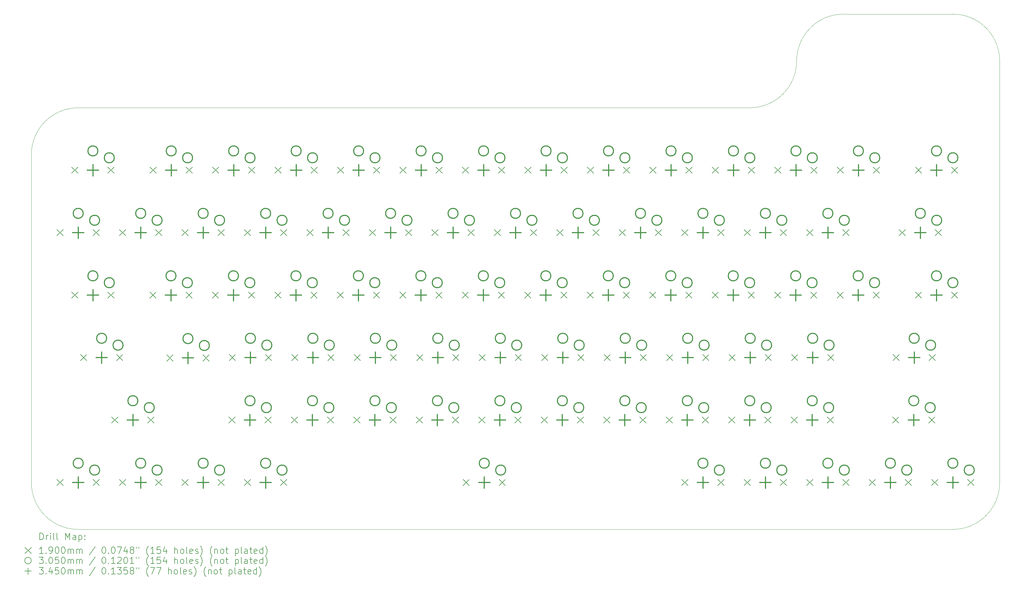
<source format=gbr>
%TF.GenerationSoftware,KiCad,Pcbnew,8.0.8*%
%TF.CreationDate,2025-06-07T08:47:10+08:00*%
%TF.ProjectId,magic-keys,6d616769-632d-46b6-9579-732e6b696361,rev?*%
%TF.SameCoordinates,Original*%
%TF.FileFunction,Drillmap*%
%TF.FilePolarity,Positive*%
%FSLAX45Y45*%
G04 Gerber Fmt 4.5, Leading zero omitted, Abs format (unit mm)*
G04 Created by KiCad (PCBNEW 8.0.8) date 2025-06-07 08:47:10*
%MOMM*%
%LPD*%
G01*
G04 APERTURE LIST*
%ADD10C,0.050000*%
%ADD11C,0.200000*%
%ADD12C,0.190000*%
%ADD13C,0.305000*%
%ADD14C,0.345000*%
G04 APERTURE END LIST*
D10*
X22860000Y-2381250D02*
G75*
G02*
X21431250Y-3810000I-1428750J0D01*
G01*
X952500Y-16668750D02*
X27622500Y-16668750D01*
X-476250Y-5238750D02*
G75*
G02*
X952500Y-3810000I1428750J0D01*
G01*
X27622500Y-952500D02*
G75*
G02*
X29051250Y-2381250I0J-1428750D01*
G01*
X29051250Y-15240000D02*
X29051250Y-2381250D01*
X22860000Y-2381250D02*
G75*
G02*
X24288750Y-952500I1428750J0D01*
G01*
X952500Y-16668750D02*
G75*
G02*
X-476250Y-15240000I0J1428750D01*
G01*
X952500Y-3810000D02*
X21431250Y-3810000D01*
X-476250Y-15240000D02*
X-476250Y-5238750D01*
X24288750Y-952500D02*
X27622500Y-952500D01*
X29051250Y-15240000D02*
G75*
G02*
X27622500Y-16668750I-1428750J0D01*
G01*
D11*
D12*
X307500Y-7525000D02*
X497500Y-7715000D01*
X497500Y-7525000D02*
X307500Y-7715000D01*
X307500Y-15145000D02*
X497500Y-15335000D01*
X497500Y-15145000D02*
X307500Y-15335000D01*
X755000Y-5620000D02*
X945000Y-5810000D01*
X945000Y-5620000D02*
X755000Y-5810000D01*
X755000Y-9430000D02*
X945000Y-9620000D01*
X945000Y-9430000D02*
X755000Y-9620000D01*
X1021875Y-11335000D02*
X1211875Y-11525000D01*
X1211875Y-11335000D02*
X1021875Y-11525000D01*
X1407500Y-7525000D02*
X1597500Y-7715000D01*
X1597500Y-7525000D02*
X1407500Y-7715000D01*
X1407500Y-15145000D02*
X1597500Y-15335000D01*
X1597500Y-15145000D02*
X1407500Y-15335000D01*
X1855000Y-5620000D02*
X2045000Y-5810000D01*
X2045000Y-5620000D02*
X1855000Y-5810000D01*
X1855000Y-9430000D02*
X2045000Y-9620000D01*
X2045000Y-9430000D02*
X1855000Y-9620000D01*
X1974375Y-13240000D02*
X2164375Y-13430000D01*
X2164375Y-13240000D02*
X1974375Y-13430000D01*
X2121875Y-11335000D02*
X2311875Y-11525000D01*
X2311875Y-11335000D02*
X2121875Y-11525000D01*
X2212500Y-7525000D02*
X2402500Y-7715000D01*
X2402500Y-7525000D02*
X2212500Y-7715000D01*
X2212500Y-15145000D02*
X2402500Y-15335000D01*
X2402500Y-15145000D02*
X2212500Y-15335000D01*
X3074375Y-13240000D02*
X3264375Y-13430000D01*
X3264375Y-13240000D02*
X3074375Y-13430000D01*
X3136250Y-9430000D02*
X3326250Y-9620000D01*
X3326250Y-9430000D02*
X3136250Y-9620000D01*
X3143000Y-5620000D02*
X3333000Y-5810000D01*
X3333000Y-5620000D02*
X3143000Y-5810000D01*
X3312500Y-7525000D02*
X3502500Y-7715000D01*
X3502500Y-7525000D02*
X3312500Y-7715000D01*
X3312500Y-15145000D02*
X3502500Y-15335000D01*
X3502500Y-15145000D02*
X3312500Y-15335000D01*
X3653750Y-11345000D02*
X3843750Y-11535000D01*
X3843750Y-11345000D02*
X3653750Y-11535000D01*
X4117500Y-7525000D02*
X4307500Y-7715000D01*
X4307500Y-7525000D02*
X4117500Y-7715000D01*
X4117500Y-15145000D02*
X4307500Y-15335000D01*
X4307500Y-15145000D02*
X4117500Y-15335000D01*
X4236250Y-9430000D02*
X4426250Y-9620000D01*
X4426250Y-9430000D02*
X4236250Y-9620000D01*
X4243000Y-5620000D02*
X4433000Y-5810000D01*
X4433000Y-5620000D02*
X4243000Y-5810000D01*
X4753750Y-11345000D02*
X4943750Y-11535000D01*
X4943750Y-11345000D02*
X4753750Y-11535000D01*
X5041250Y-9430000D02*
X5231250Y-9620000D01*
X5231250Y-9430000D02*
X5041250Y-9620000D01*
X5048000Y-5620000D02*
X5238000Y-5810000D01*
X5238000Y-5620000D02*
X5048000Y-5810000D01*
X5217500Y-7525000D02*
X5407500Y-7715000D01*
X5407500Y-7525000D02*
X5217500Y-7715000D01*
X5217500Y-15145000D02*
X5407500Y-15335000D01*
X5407500Y-15145000D02*
X5217500Y-15335000D01*
X5546250Y-13240000D02*
X5736250Y-13430000D01*
X5736250Y-13240000D02*
X5546250Y-13430000D01*
X5558750Y-11335000D02*
X5748750Y-11525000D01*
X5748750Y-11335000D02*
X5558750Y-11525000D01*
X6022500Y-7525000D02*
X6212500Y-7715000D01*
X6212500Y-7525000D02*
X6022500Y-7715000D01*
X6022500Y-15145000D02*
X6212500Y-15335000D01*
X6212500Y-15145000D02*
X6022500Y-15335000D01*
X6141250Y-9430000D02*
X6331250Y-9620000D01*
X6331250Y-9430000D02*
X6141250Y-9620000D01*
X6148000Y-5620000D02*
X6338000Y-5810000D01*
X6338000Y-5620000D02*
X6148000Y-5810000D01*
X6646250Y-13240000D02*
X6836250Y-13430000D01*
X6836250Y-13240000D02*
X6646250Y-13430000D01*
X6658750Y-11335000D02*
X6848750Y-11525000D01*
X6848750Y-11335000D02*
X6658750Y-11525000D01*
X6946250Y-9430000D02*
X7136250Y-9620000D01*
X7136250Y-9430000D02*
X6946250Y-9620000D01*
X6953000Y-5620000D02*
X7143000Y-5810000D01*
X7143000Y-5620000D02*
X6953000Y-5810000D01*
X7122500Y-7525000D02*
X7312500Y-7715000D01*
X7312500Y-7525000D02*
X7122500Y-7715000D01*
X7122500Y-15145000D02*
X7312500Y-15335000D01*
X7312500Y-15145000D02*
X7122500Y-15335000D01*
X7451250Y-13240000D02*
X7641250Y-13430000D01*
X7641250Y-13240000D02*
X7451250Y-13430000D01*
X7463750Y-11335000D02*
X7653750Y-11525000D01*
X7653750Y-11335000D02*
X7463750Y-11525000D01*
X7927500Y-7525000D02*
X8117500Y-7715000D01*
X8117500Y-7525000D02*
X7927500Y-7715000D01*
X8046250Y-9430000D02*
X8236250Y-9620000D01*
X8236250Y-9430000D02*
X8046250Y-9620000D01*
X8053000Y-5620000D02*
X8243000Y-5810000D01*
X8243000Y-5620000D02*
X8053000Y-5810000D01*
X8551250Y-13240000D02*
X8741250Y-13430000D01*
X8741250Y-13240000D02*
X8551250Y-13430000D01*
X8563750Y-11335000D02*
X8753750Y-11525000D01*
X8753750Y-11335000D02*
X8563750Y-11525000D01*
X8851250Y-9430000D02*
X9041250Y-9620000D01*
X9041250Y-9430000D02*
X8851250Y-9620000D01*
X8858000Y-5620000D02*
X9048000Y-5810000D01*
X9048000Y-5620000D02*
X8858000Y-5810000D01*
X9027500Y-7525000D02*
X9217500Y-7715000D01*
X9217500Y-7525000D02*
X9027500Y-7715000D01*
X9356250Y-13240000D02*
X9546250Y-13430000D01*
X9546250Y-13240000D02*
X9356250Y-13430000D01*
X9368750Y-11335000D02*
X9558750Y-11525000D01*
X9558750Y-11335000D02*
X9368750Y-11525000D01*
X9832500Y-7525000D02*
X10022500Y-7715000D01*
X10022500Y-7525000D02*
X9832500Y-7715000D01*
X9951250Y-9430000D02*
X10141250Y-9620000D01*
X10141250Y-9430000D02*
X9951250Y-9620000D01*
X9958000Y-5620000D02*
X10148000Y-5810000D01*
X10148000Y-5620000D02*
X9958000Y-5810000D01*
X10456250Y-13240000D02*
X10646250Y-13430000D01*
X10646250Y-13240000D02*
X10456250Y-13430000D01*
X10468750Y-11335000D02*
X10658750Y-11525000D01*
X10658750Y-11335000D02*
X10468750Y-11525000D01*
X10756250Y-9430000D02*
X10946250Y-9620000D01*
X10946250Y-9430000D02*
X10756250Y-9620000D01*
X10763000Y-5620000D02*
X10953000Y-5810000D01*
X10953000Y-5620000D02*
X10763000Y-5810000D01*
X10932500Y-7525000D02*
X11122500Y-7715000D01*
X11122500Y-7525000D02*
X10932500Y-7715000D01*
X11261250Y-13240000D02*
X11451250Y-13430000D01*
X11451250Y-13240000D02*
X11261250Y-13430000D01*
X11273750Y-11335000D02*
X11463750Y-11525000D01*
X11463750Y-11335000D02*
X11273750Y-11525000D01*
X11737500Y-7525000D02*
X11927500Y-7715000D01*
X11927500Y-7525000D02*
X11737500Y-7715000D01*
X11856250Y-9430000D02*
X12046250Y-9620000D01*
X12046250Y-9430000D02*
X11856250Y-9620000D01*
X11863000Y-5620000D02*
X12053000Y-5810000D01*
X12053000Y-5620000D02*
X11863000Y-5810000D01*
X12361250Y-13240000D02*
X12551250Y-13430000D01*
X12551250Y-13240000D02*
X12361250Y-13430000D01*
X12373750Y-11335000D02*
X12563750Y-11525000D01*
X12563750Y-11335000D02*
X12373750Y-11525000D01*
X12661250Y-9430000D02*
X12851250Y-9620000D01*
X12851250Y-9430000D02*
X12661250Y-9620000D01*
X12668000Y-5620000D02*
X12858000Y-5810000D01*
X12858000Y-5620000D02*
X12668000Y-5810000D01*
X12690000Y-15145000D02*
X12880000Y-15335000D01*
X12880000Y-15145000D02*
X12690000Y-15335000D01*
X12837500Y-7525000D02*
X13027500Y-7715000D01*
X13027500Y-7525000D02*
X12837500Y-7715000D01*
X13166250Y-13240000D02*
X13356250Y-13430000D01*
X13356250Y-13240000D02*
X13166250Y-13430000D01*
X13178750Y-11335000D02*
X13368750Y-11525000D01*
X13368750Y-11335000D02*
X13178750Y-11525000D01*
X13642500Y-7525000D02*
X13832500Y-7715000D01*
X13832500Y-7525000D02*
X13642500Y-7715000D01*
X13761250Y-9430000D02*
X13951250Y-9620000D01*
X13951250Y-9430000D02*
X13761250Y-9620000D01*
X13768000Y-5620000D02*
X13958000Y-5810000D01*
X13958000Y-5620000D02*
X13768000Y-5810000D01*
X13790000Y-15145000D02*
X13980000Y-15335000D01*
X13980000Y-15145000D02*
X13790000Y-15335000D01*
X14266250Y-13240000D02*
X14456250Y-13430000D01*
X14456250Y-13240000D02*
X14266250Y-13430000D01*
X14278750Y-11335000D02*
X14468750Y-11525000D01*
X14468750Y-11335000D02*
X14278750Y-11525000D01*
X14566250Y-9430000D02*
X14756250Y-9620000D01*
X14756250Y-9430000D02*
X14566250Y-9620000D01*
X14573000Y-5620000D02*
X14763000Y-5810000D01*
X14763000Y-5620000D02*
X14573000Y-5810000D01*
X14742500Y-7525000D02*
X14932500Y-7715000D01*
X14932500Y-7525000D02*
X14742500Y-7715000D01*
X15071250Y-13240000D02*
X15261250Y-13430000D01*
X15261250Y-13240000D02*
X15071250Y-13430000D01*
X15083750Y-11335000D02*
X15273750Y-11525000D01*
X15273750Y-11335000D02*
X15083750Y-11525000D01*
X15547500Y-7525000D02*
X15737500Y-7715000D01*
X15737500Y-7525000D02*
X15547500Y-7715000D01*
X15666250Y-9430000D02*
X15856250Y-9620000D01*
X15856250Y-9430000D02*
X15666250Y-9620000D01*
X15673000Y-5620000D02*
X15863000Y-5810000D01*
X15863000Y-5620000D02*
X15673000Y-5810000D01*
X16171250Y-13240000D02*
X16361250Y-13430000D01*
X16361250Y-13240000D02*
X16171250Y-13430000D01*
X16183750Y-11335000D02*
X16373750Y-11525000D01*
X16373750Y-11335000D02*
X16183750Y-11525000D01*
X16471250Y-9430000D02*
X16661250Y-9620000D01*
X16661250Y-9430000D02*
X16471250Y-9620000D01*
X16478000Y-5620000D02*
X16668000Y-5810000D01*
X16668000Y-5620000D02*
X16478000Y-5810000D01*
X16647500Y-7525000D02*
X16837500Y-7715000D01*
X16837500Y-7525000D02*
X16647500Y-7715000D01*
X16976250Y-13240000D02*
X17166250Y-13430000D01*
X17166250Y-13240000D02*
X16976250Y-13430000D01*
X16988750Y-11335000D02*
X17178750Y-11525000D01*
X17178750Y-11335000D02*
X16988750Y-11525000D01*
X17452500Y-7525000D02*
X17642500Y-7715000D01*
X17642500Y-7525000D02*
X17452500Y-7715000D01*
X17571250Y-9430000D02*
X17761250Y-9620000D01*
X17761250Y-9430000D02*
X17571250Y-9620000D01*
X17578000Y-5620000D02*
X17768000Y-5810000D01*
X17768000Y-5620000D02*
X17578000Y-5810000D01*
X18076250Y-13240000D02*
X18266250Y-13430000D01*
X18266250Y-13240000D02*
X18076250Y-13430000D01*
X18088750Y-11335000D02*
X18278750Y-11525000D01*
X18278750Y-11335000D02*
X18088750Y-11525000D01*
X18376250Y-9430000D02*
X18566250Y-9620000D01*
X18566250Y-9430000D02*
X18376250Y-9620000D01*
X18383000Y-5620000D02*
X18573000Y-5810000D01*
X18573000Y-5620000D02*
X18383000Y-5810000D01*
X18552500Y-7525000D02*
X18742500Y-7715000D01*
X18742500Y-7525000D02*
X18552500Y-7715000D01*
X18881250Y-13240000D02*
X19071250Y-13430000D01*
X19071250Y-13240000D02*
X18881250Y-13430000D01*
X18893750Y-11335000D02*
X19083750Y-11525000D01*
X19083750Y-11335000D02*
X18893750Y-11525000D01*
X19357500Y-7525000D02*
X19547500Y-7715000D01*
X19547500Y-7525000D02*
X19357500Y-7715000D01*
X19357500Y-15145000D02*
X19547500Y-15335000D01*
X19547500Y-15145000D02*
X19357500Y-15335000D01*
X19476250Y-9430000D02*
X19666250Y-9620000D01*
X19666250Y-9430000D02*
X19476250Y-9620000D01*
X19483000Y-5620000D02*
X19673000Y-5810000D01*
X19673000Y-5620000D02*
X19483000Y-5810000D01*
X19981250Y-13240000D02*
X20171250Y-13430000D01*
X20171250Y-13240000D02*
X19981250Y-13430000D01*
X19993750Y-11335000D02*
X20183750Y-11525000D01*
X20183750Y-11335000D02*
X19993750Y-11525000D01*
X20281250Y-9430000D02*
X20471250Y-9620000D01*
X20471250Y-9430000D02*
X20281250Y-9620000D01*
X20288000Y-5620000D02*
X20478000Y-5810000D01*
X20478000Y-5620000D02*
X20288000Y-5810000D01*
X20457500Y-7525000D02*
X20647500Y-7715000D01*
X20647500Y-7525000D02*
X20457500Y-7715000D01*
X20457500Y-15145000D02*
X20647500Y-15335000D01*
X20647500Y-15145000D02*
X20457500Y-15335000D01*
X20786250Y-13240000D02*
X20976250Y-13430000D01*
X20976250Y-13240000D02*
X20786250Y-13430000D01*
X20798750Y-11335000D02*
X20988750Y-11525000D01*
X20988750Y-11335000D02*
X20798750Y-11525000D01*
X21262500Y-7525000D02*
X21452500Y-7715000D01*
X21452500Y-7525000D02*
X21262500Y-7715000D01*
X21262500Y-15145000D02*
X21452500Y-15335000D01*
X21452500Y-15145000D02*
X21262500Y-15335000D01*
X21381250Y-9430000D02*
X21571250Y-9620000D01*
X21571250Y-9430000D02*
X21381250Y-9620000D01*
X21388000Y-5620000D02*
X21578000Y-5810000D01*
X21578000Y-5620000D02*
X21388000Y-5810000D01*
X21886250Y-13240000D02*
X22076250Y-13430000D01*
X22076250Y-13240000D02*
X21886250Y-13430000D01*
X21898750Y-11335000D02*
X22088750Y-11525000D01*
X22088750Y-11335000D02*
X21898750Y-11525000D01*
X22186250Y-9430000D02*
X22376250Y-9620000D01*
X22376250Y-9430000D02*
X22186250Y-9620000D01*
X22193000Y-5620000D02*
X22383000Y-5810000D01*
X22383000Y-5620000D02*
X22193000Y-5810000D01*
X22362500Y-7525000D02*
X22552500Y-7715000D01*
X22552500Y-7525000D02*
X22362500Y-7715000D01*
X22362500Y-15145000D02*
X22552500Y-15335000D01*
X22552500Y-15145000D02*
X22362500Y-15335000D01*
X22691250Y-13240000D02*
X22881250Y-13430000D01*
X22881250Y-13240000D02*
X22691250Y-13430000D01*
X22703750Y-11335000D02*
X22893750Y-11525000D01*
X22893750Y-11335000D02*
X22703750Y-11525000D01*
X23167500Y-7525000D02*
X23357500Y-7715000D01*
X23357500Y-7525000D02*
X23167500Y-7715000D01*
X23167500Y-15145000D02*
X23357500Y-15335000D01*
X23357500Y-15145000D02*
X23167500Y-15335000D01*
X23286250Y-9430000D02*
X23476250Y-9620000D01*
X23476250Y-9430000D02*
X23286250Y-9620000D01*
X23293000Y-5620000D02*
X23483000Y-5810000D01*
X23483000Y-5620000D02*
X23293000Y-5810000D01*
X23791250Y-13240000D02*
X23981250Y-13430000D01*
X23981250Y-13240000D02*
X23791250Y-13430000D01*
X23803750Y-11335000D02*
X23993750Y-11525000D01*
X23993750Y-11335000D02*
X23803750Y-11525000D01*
X24091250Y-9430000D02*
X24281250Y-9620000D01*
X24281250Y-9430000D02*
X24091250Y-9620000D01*
X24098000Y-5620000D02*
X24288000Y-5810000D01*
X24288000Y-5620000D02*
X24098000Y-5810000D01*
X24267500Y-7525000D02*
X24457500Y-7715000D01*
X24457500Y-7525000D02*
X24267500Y-7715000D01*
X24267500Y-15145000D02*
X24457500Y-15335000D01*
X24457500Y-15145000D02*
X24267500Y-15335000D01*
X25072500Y-15145000D02*
X25262500Y-15335000D01*
X25262500Y-15145000D02*
X25072500Y-15335000D01*
X25191250Y-9430000D02*
X25381250Y-9620000D01*
X25381250Y-9430000D02*
X25191250Y-9620000D01*
X25198000Y-5620000D02*
X25388000Y-5810000D01*
X25388000Y-5620000D02*
X25198000Y-5810000D01*
X25786875Y-13240000D02*
X25976875Y-13430000D01*
X25976875Y-13240000D02*
X25786875Y-13430000D01*
X25799375Y-11335000D02*
X25989375Y-11525000D01*
X25989375Y-11335000D02*
X25799375Y-11525000D01*
X25986250Y-7525000D02*
X26176250Y-7715000D01*
X26176250Y-7525000D02*
X25986250Y-7715000D01*
X26172500Y-15145000D02*
X26362500Y-15335000D01*
X26362500Y-15145000D02*
X26172500Y-15335000D01*
X26479250Y-5620000D02*
X26669250Y-5810000D01*
X26669250Y-5620000D02*
X26479250Y-5810000D01*
X26479250Y-9430000D02*
X26669250Y-9620000D01*
X26669250Y-9430000D02*
X26479250Y-9620000D01*
X26886875Y-13240000D02*
X27076875Y-13430000D01*
X27076875Y-13240000D02*
X26886875Y-13430000D01*
X26899375Y-11335000D02*
X27089375Y-11525000D01*
X27089375Y-11335000D02*
X26899375Y-11525000D01*
X26977500Y-15145000D02*
X27167500Y-15335000D01*
X27167500Y-15145000D02*
X26977500Y-15335000D01*
X27086250Y-7525000D02*
X27276250Y-7715000D01*
X27276250Y-7525000D02*
X27086250Y-7715000D01*
X27579250Y-5620000D02*
X27769250Y-5810000D01*
X27769250Y-5620000D02*
X27579250Y-5810000D01*
X27579250Y-9430000D02*
X27769250Y-9620000D01*
X27769250Y-9430000D02*
X27579250Y-9620000D01*
X28077500Y-15145000D02*
X28267500Y-15335000D01*
X28267500Y-15145000D02*
X28077500Y-15335000D01*
D13*
X1105000Y-7030000D02*
G75*
G02*
X800000Y-7030000I-152500J0D01*
G01*
X800000Y-7030000D02*
G75*
G02*
X1105000Y-7030000I152500J0D01*
G01*
X1105000Y-14650000D02*
G75*
G02*
X800000Y-14650000I-152500J0D01*
G01*
X800000Y-14650000D02*
G75*
G02*
X1105000Y-14650000I152500J0D01*
G01*
X1552500Y-5125000D02*
G75*
G02*
X1247500Y-5125000I-152500J0D01*
G01*
X1247500Y-5125000D02*
G75*
G02*
X1552500Y-5125000I152500J0D01*
G01*
X1552500Y-8935000D02*
G75*
G02*
X1247500Y-8935000I-152500J0D01*
G01*
X1247500Y-8935000D02*
G75*
G02*
X1552500Y-8935000I152500J0D01*
G01*
X1605000Y-7240000D02*
G75*
G02*
X1300000Y-7240000I-152500J0D01*
G01*
X1300000Y-7240000D02*
G75*
G02*
X1605000Y-7240000I152500J0D01*
G01*
X1605000Y-14860000D02*
G75*
G02*
X1300000Y-14860000I-152500J0D01*
G01*
X1300000Y-14860000D02*
G75*
G02*
X1605000Y-14860000I152500J0D01*
G01*
X1819375Y-10840000D02*
G75*
G02*
X1514375Y-10840000I-152500J0D01*
G01*
X1514375Y-10840000D02*
G75*
G02*
X1819375Y-10840000I152500J0D01*
G01*
X2052500Y-5335000D02*
G75*
G02*
X1747500Y-5335000I-152500J0D01*
G01*
X1747500Y-5335000D02*
G75*
G02*
X2052500Y-5335000I152500J0D01*
G01*
X2052500Y-9145000D02*
G75*
G02*
X1747500Y-9145000I-152500J0D01*
G01*
X1747500Y-9145000D02*
G75*
G02*
X2052500Y-9145000I152500J0D01*
G01*
X2319375Y-11050000D02*
G75*
G02*
X2014375Y-11050000I-152500J0D01*
G01*
X2014375Y-11050000D02*
G75*
G02*
X2319375Y-11050000I152500J0D01*
G01*
X2771875Y-12745000D02*
G75*
G02*
X2466875Y-12745000I-152500J0D01*
G01*
X2466875Y-12745000D02*
G75*
G02*
X2771875Y-12745000I152500J0D01*
G01*
X3010000Y-7030000D02*
G75*
G02*
X2705000Y-7030000I-152500J0D01*
G01*
X2705000Y-7030000D02*
G75*
G02*
X3010000Y-7030000I152500J0D01*
G01*
X3010000Y-14650000D02*
G75*
G02*
X2705000Y-14650000I-152500J0D01*
G01*
X2705000Y-14650000D02*
G75*
G02*
X3010000Y-14650000I152500J0D01*
G01*
X3271875Y-12955000D02*
G75*
G02*
X2966875Y-12955000I-152500J0D01*
G01*
X2966875Y-12955000D02*
G75*
G02*
X3271875Y-12955000I152500J0D01*
G01*
X3510000Y-7240000D02*
G75*
G02*
X3205000Y-7240000I-152500J0D01*
G01*
X3205000Y-7240000D02*
G75*
G02*
X3510000Y-7240000I152500J0D01*
G01*
X3510000Y-14860000D02*
G75*
G02*
X3205000Y-14860000I-152500J0D01*
G01*
X3205000Y-14860000D02*
G75*
G02*
X3510000Y-14860000I152500J0D01*
G01*
X3933750Y-8935000D02*
G75*
G02*
X3628750Y-8935000I-152500J0D01*
G01*
X3628750Y-8935000D02*
G75*
G02*
X3933750Y-8935000I152500J0D01*
G01*
X3940500Y-5125000D02*
G75*
G02*
X3635500Y-5125000I-152500J0D01*
G01*
X3635500Y-5125000D02*
G75*
G02*
X3940500Y-5125000I152500J0D01*
G01*
X4433750Y-9145000D02*
G75*
G02*
X4128750Y-9145000I-152500J0D01*
G01*
X4128750Y-9145000D02*
G75*
G02*
X4433750Y-9145000I152500J0D01*
G01*
X4440500Y-5335000D02*
G75*
G02*
X4135500Y-5335000I-152500J0D01*
G01*
X4135500Y-5335000D02*
G75*
G02*
X4440500Y-5335000I152500J0D01*
G01*
X4451250Y-10850000D02*
G75*
G02*
X4146250Y-10850000I-152500J0D01*
G01*
X4146250Y-10850000D02*
G75*
G02*
X4451250Y-10850000I152500J0D01*
G01*
X4915000Y-7030000D02*
G75*
G02*
X4610000Y-7030000I-152500J0D01*
G01*
X4610000Y-7030000D02*
G75*
G02*
X4915000Y-7030000I152500J0D01*
G01*
X4915000Y-14650000D02*
G75*
G02*
X4610000Y-14650000I-152500J0D01*
G01*
X4610000Y-14650000D02*
G75*
G02*
X4915000Y-14650000I152500J0D01*
G01*
X4951250Y-11060000D02*
G75*
G02*
X4646250Y-11060000I-152500J0D01*
G01*
X4646250Y-11060000D02*
G75*
G02*
X4951250Y-11060000I152500J0D01*
G01*
X5415000Y-7240000D02*
G75*
G02*
X5110000Y-7240000I-152500J0D01*
G01*
X5110000Y-7240000D02*
G75*
G02*
X5415000Y-7240000I152500J0D01*
G01*
X5415000Y-14860000D02*
G75*
G02*
X5110000Y-14860000I-152500J0D01*
G01*
X5110000Y-14860000D02*
G75*
G02*
X5415000Y-14860000I152500J0D01*
G01*
X5838750Y-8935000D02*
G75*
G02*
X5533750Y-8935000I-152500J0D01*
G01*
X5533750Y-8935000D02*
G75*
G02*
X5838750Y-8935000I152500J0D01*
G01*
X5845500Y-5125000D02*
G75*
G02*
X5540500Y-5125000I-152500J0D01*
G01*
X5540500Y-5125000D02*
G75*
G02*
X5845500Y-5125000I152500J0D01*
G01*
X6338750Y-9145000D02*
G75*
G02*
X6033750Y-9145000I-152500J0D01*
G01*
X6033750Y-9145000D02*
G75*
G02*
X6338750Y-9145000I152500J0D01*
G01*
X6343750Y-12745000D02*
G75*
G02*
X6038750Y-12745000I-152500J0D01*
G01*
X6038750Y-12745000D02*
G75*
G02*
X6343750Y-12745000I152500J0D01*
G01*
X6345500Y-5335000D02*
G75*
G02*
X6040500Y-5335000I-152500J0D01*
G01*
X6040500Y-5335000D02*
G75*
G02*
X6345500Y-5335000I152500J0D01*
G01*
X6356250Y-10840000D02*
G75*
G02*
X6051250Y-10840000I-152500J0D01*
G01*
X6051250Y-10840000D02*
G75*
G02*
X6356250Y-10840000I152500J0D01*
G01*
X6820000Y-7030000D02*
G75*
G02*
X6515000Y-7030000I-152500J0D01*
G01*
X6515000Y-7030000D02*
G75*
G02*
X6820000Y-7030000I152500J0D01*
G01*
X6820000Y-14650000D02*
G75*
G02*
X6515000Y-14650000I-152500J0D01*
G01*
X6515000Y-14650000D02*
G75*
G02*
X6820000Y-14650000I152500J0D01*
G01*
X6843750Y-12955000D02*
G75*
G02*
X6538750Y-12955000I-152500J0D01*
G01*
X6538750Y-12955000D02*
G75*
G02*
X6843750Y-12955000I152500J0D01*
G01*
X6856250Y-11050000D02*
G75*
G02*
X6551250Y-11050000I-152500J0D01*
G01*
X6551250Y-11050000D02*
G75*
G02*
X6856250Y-11050000I152500J0D01*
G01*
X7320000Y-7240000D02*
G75*
G02*
X7015000Y-7240000I-152500J0D01*
G01*
X7015000Y-7240000D02*
G75*
G02*
X7320000Y-7240000I152500J0D01*
G01*
X7320000Y-14860000D02*
G75*
G02*
X7015000Y-14860000I-152500J0D01*
G01*
X7015000Y-14860000D02*
G75*
G02*
X7320000Y-14860000I152500J0D01*
G01*
X7743750Y-8935000D02*
G75*
G02*
X7438750Y-8935000I-152500J0D01*
G01*
X7438750Y-8935000D02*
G75*
G02*
X7743750Y-8935000I152500J0D01*
G01*
X7750500Y-5125000D02*
G75*
G02*
X7445500Y-5125000I-152500J0D01*
G01*
X7445500Y-5125000D02*
G75*
G02*
X7750500Y-5125000I152500J0D01*
G01*
X8243750Y-9145000D02*
G75*
G02*
X7938750Y-9145000I-152500J0D01*
G01*
X7938750Y-9145000D02*
G75*
G02*
X8243750Y-9145000I152500J0D01*
G01*
X8248750Y-12745000D02*
G75*
G02*
X7943750Y-12745000I-152500J0D01*
G01*
X7943750Y-12745000D02*
G75*
G02*
X8248750Y-12745000I152500J0D01*
G01*
X8250500Y-5335000D02*
G75*
G02*
X7945500Y-5335000I-152500J0D01*
G01*
X7945500Y-5335000D02*
G75*
G02*
X8250500Y-5335000I152500J0D01*
G01*
X8261250Y-10840000D02*
G75*
G02*
X7956250Y-10840000I-152500J0D01*
G01*
X7956250Y-10840000D02*
G75*
G02*
X8261250Y-10840000I152500J0D01*
G01*
X8725000Y-7030000D02*
G75*
G02*
X8420000Y-7030000I-152500J0D01*
G01*
X8420000Y-7030000D02*
G75*
G02*
X8725000Y-7030000I152500J0D01*
G01*
X8748750Y-12955000D02*
G75*
G02*
X8443750Y-12955000I-152500J0D01*
G01*
X8443750Y-12955000D02*
G75*
G02*
X8748750Y-12955000I152500J0D01*
G01*
X8761250Y-11050000D02*
G75*
G02*
X8456250Y-11050000I-152500J0D01*
G01*
X8456250Y-11050000D02*
G75*
G02*
X8761250Y-11050000I152500J0D01*
G01*
X9225000Y-7240000D02*
G75*
G02*
X8920000Y-7240000I-152500J0D01*
G01*
X8920000Y-7240000D02*
G75*
G02*
X9225000Y-7240000I152500J0D01*
G01*
X9648750Y-8935000D02*
G75*
G02*
X9343750Y-8935000I-152500J0D01*
G01*
X9343750Y-8935000D02*
G75*
G02*
X9648750Y-8935000I152500J0D01*
G01*
X9655500Y-5125000D02*
G75*
G02*
X9350500Y-5125000I-152500J0D01*
G01*
X9350500Y-5125000D02*
G75*
G02*
X9655500Y-5125000I152500J0D01*
G01*
X10148750Y-9145000D02*
G75*
G02*
X9843750Y-9145000I-152500J0D01*
G01*
X9843750Y-9145000D02*
G75*
G02*
X10148750Y-9145000I152500J0D01*
G01*
X10153750Y-12745000D02*
G75*
G02*
X9848750Y-12745000I-152500J0D01*
G01*
X9848750Y-12745000D02*
G75*
G02*
X10153750Y-12745000I152500J0D01*
G01*
X10155500Y-5335000D02*
G75*
G02*
X9850500Y-5335000I-152500J0D01*
G01*
X9850500Y-5335000D02*
G75*
G02*
X10155500Y-5335000I152500J0D01*
G01*
X10166250Y-10840000D02*
G75*
G02*
X9861250Y-10840000I-152500J0D01*
G01*
X9861250Y-10840000D02*
G75*
G02*
X10166250Y-10840000I152500J0D01*
G01*
X10630000Y-7030000D02*
G75*
G02*
X10325000Y-7030000I-152500J0D01*
G01*
X10325000Y-7030000D02*
G75*
G02*
X10630000Y-7030000I152500J0D01*
G01*
X10653750Y-12955000D02*
G75*
G02*
X10348750Y-12955000I-152500J0D01*
G01*
X10348750Y-12955000D02*
G75*
G02*
X10653750Y-12955000I152500J0D01*
G01*
X10666250Y-11050000D02*
G75*
G02*
X10361250Y-11050000I-152500J0D01*
G01*
X10361250Y-11050000D02*
G75*
G02*
X10666250Y-11050000I152500J0D01*
G01*
X11130000Y-7240000D02*
G75*
G02*
X10825000Y-7240000I-152500J0D01*
G01*
X10825000Y-7240000D02*
G75*
G02*
X11130000Y-7240000I152500J0D01*
G01*
X11553750Y-8935000D02*
G75*
G02*
X11248750Y-8935000I-152500J0D01*
G01*
X11248750Y-8935000D02*
G75*
G02*
X11553750Y-8935000I152500J0D01*
G01*
X11560500Y-5125000D02*
G75*
G02*
X11255500Y-5125000I-152500J0D01*
G01*
X11255500Y-5125000D02*
G75*
G02*
X11560500Y-5125000I152500J0D01*
G01*
X12053750Y-9145000D02*
G75*
G02*
X11748750Y-9145000I-152500J0D01*
G01*
X11748750Y-9145000D02*
G75*
G02*
X12053750Y-9145000I152500J0D01*
G01*
X12058750Y-12745000D02*
G75*
G02*
X11753750Y-12745000I-152500J0D01*
G01*
X11753750Y-12745000D02*
G75*
G02*
X12058750Y-12745000I152500J0D01*
G01*
X12060500Y-5335000D02*
G75*
G02*
X11755500Y-5335000I-152500J0D01*
G01*
X11755500Y-5335000D02*
G75*
G02*
X12060500Y-5335000I152500J0D01*
G01*
X12071250Y-10840000D02*
G75*
G02*
X11766250Y-10840000I-152500J0D01*
G01*
X11766250Y-10840000D02*
G75*
G02*
X12071250Y-10840000I152500J0D01*
G01*
X12535000Y-7030000D02*
G75*
G02*
X12230000Y-7030000I-152500J0D01*
G01*
X12230000Y-7030000D02*
G75*
G02*
X12535000Y-7030000I152500J0D01*
G01*
X12558750Y-12955000D02*
G75*
G02*
X12253750Y-12955000I-152500J0D01*
G01*
X12253750Y-12955000D02*
G75*
G02*
X12558750Y-12955000I152500J0D01*
G01*
X12571250Y-11050000D02*
G75*
G02*
X12266250Y-11050000I-152500J0D01*
G01*
X12266250Y-11050000D02*
G75*
G02*
X12571250Y-11050000I152500J0D01*
G01*
X13035000Y-7240000D02*
G75*
G02*
X12730000Y-7240000I-152500J0D01*
G01*
X12730000Y-7240000D02*
G75*
G02*
X13035000Y-7240000I152500J0D01*
G01*
X13458750Y-8935000D02*
G75*
G02*
X13153750Y-8935000I-152500J0D01*
G01*
X13153750Y-8935000D02*
G75*
G02*
X13458750Y-8935000I152500J0D01*
G01*
X13465500Y-5125000D02*
G75*
G02*
X13160500Y-5125000I-152500J0D01*
G01*
X13160500Y-5125000D02*
G75*
G02*
X13465500Y-5125000I152500J0D01*
G01*
X13487500Y-14650000D02*
G75*
G02*
X13182500Y-14650000I-152500J0D01*
G01*
X13182500Y-14650000D02*
G75*
G02*
X13487500Y-14650000I152500J0D01*
G01*
X13958750Y-9145000D02*
G75*
G02*
X13653750Y-9145000I-152500J0D01*
G01*
X13653750Y-9145000D02*
G75*
G02*
X13958750Y-9145000I152500J0D01*
G01*
X13963750Y-12745000D02*
G75*
G02*
X13658750Y-12745000I-152500J0D01*
G01*
X13658750Y-12745000D02*
G75*
G02*
X13963750Y-12745000I152500J0D01*
G01*
X13965500Y-5335000D02*
G75*
G02*
X13660500Y-5335000I-152500J0D01*
G01*
X13660500Y-5335000D02*
G75*
G02*
X13965500Y-5335000I152500J0D01*
G01*
X13976250Y-10840000D02*
G75*
G02*
X13671250Y-10840000I-152500J0D01*
G01*
X13671250Y-10840000D02*
G75*
G02*
X13976250Y-10840000I152500J0D01*
G01*
X13987500Y-14860000D02*
G75*
G02*
X13682500Y-14860000I-152500J0D01*
G01*
X13682500Y-14860000D02*
G75*
G02*
X13987500Y-14860000I152500J0D01*
G01*
X14440000Y-7030000D02*
G75*
G02*
X14135000Y-7030000I-152500J0D01*
G01*
X14135000Y-7030000D02*
G75*
G02*
X14440000Y-7030000I152500J0D01*
G01*
X14463750Y-12955000D02*
G75*
G02*
X14158750Y-12955000I-152500J0D01*
G01*
X14158750Y-12955000D02*
G75*
G02*
X14463750Y-12955000I152500J0D01*
G01*
X14476250Y-11050000D02*
G75*
G02*
X14171250Y-11050000I-152500J0D01*
G01*
X14171250Y-11050000D02*
G75*
G02*
X14476250Y-11050000I152500J0D01*
G01*
X14940000Y-7240000D02*
G75*
G02*
X14635000Y-7240000I-152500J0D01*
G01*
X14635000Y-7240000D02*
G75*
G02*
X14940000Y-7240000I152500J0D01*
G01*
X15363750Y-8935000D02*
G75*
G02*
X15058750Y-8935000I-152500J0D01*
G01*
X15058750Y-8935000D02*
G75*
G02*
X15363750Y-8935000I152500J0D01*
G01*
X15370500Y-5125000D02*
G75*
G02*
X15065500Y-5125000I-152500J0D01*
G01*
X15065500Y-5125000D02*
G75*
G02*
X15370500Y-5125000I152500J0D01*
G01*
X15863750Y-9145000D02*
G75*
G02*
X15558750Y-9145000I-152500J0D01*
G01*
X15558750Y-9145000D02*
G75*
G02*
X15863750Y-9145000I152500J0D01*
G01*
X15868750Y-12745000D02*
G75*
G02*
X15563750Y-12745000I-152500J0D01*
G01*
X15563750Y-12745000D02*
G75*
G02*
X15868750Y-12745000I152500J0D01*
G01*
X15870500Y-5335000D02*
G75*
G02*
X15565500Y-5335000I-152500J0D01*
G01*
X15565500Y-5335000D02*
G75*
G02*
X15870500Y-5335000I152500J0D01*
G01*
X15881250Y-10840000D02*
G75*
G02*
X15576250Y-10840000I-152500J0D01*
G01*
X15576250Y-10840000D02*
G75*
G02*
X15881250Y-10840000I152500J0D01*
G01*
X16345000Y-7030000D02*
G75*
G02*
X16040000Y-7030000I-152500J0D01*
G01*
X16040000Y-7030000D02*
G75*
G02*
X16345000Y-7030000I152500J0D01*
G01*
X16368750Y-12955000D02*
G75*
G02*
X16063750Y-12955000I-152500J0D01*
G01*
X16063750Y-12955000D02*
G75*
G02*
X16368750Y-12955000I152500J0D01*
G01*
X16381250Y-11050000D02*
G75*
G02*
X16076250Y-11050000I-152500J0D01*
G01*
X16076250Y-11050000D02*
G75*
G02*
X16381250Y-11050000I152500J0D01*
G01*
X16845000Y-7240000D02*
G75*
G02*
X16540000Y-7240000I-152500J0D01*
G01*
X16540000Y-7240000D02*
G75*
G02*
X16845000Y-7240000I152500J0D01*
G01*
X17268750Y-8935000D02*
G75*
G02*
X16963750Y-8935000I-152500J0D01*
G01*
X16963750Y-8935000D02*
G75*
G02*
X17268750Y-8935000I152500J0D01*
G01*
X17275500Y-5125000D02*
G75*
G02*
X16970500Y-5125000I-152500J0D01*
G01*
X16970500Y-5125000D02*
G75*
G02*
X17275500Y-5125000I152500J0D01*
G01*
X17768750Y-9145000D02*
G75*
G02*
X17463750Y-9145000I-152500J0D01*
G01*
X17463750Y-9145000D02*
G75*
G02*
X17768750Y-9145000I152500J0D01*
G01*
X17773750Y-12745000D02*
G75*
G02*
X17468750Y-12745000I-152500J0D01*
G01*
X17468750Y-12745000D02*
G75*
G02*
X17773750Y-12745000I152500J0D01*
G01*
X17775500Y-5335000D02*
G75*
G02*
X17470500Y-5335000I-152500J0D01*
G01*
X17470500Y-5335000D02*
G75*
G02*
X17775500Y-5335000I152500J0D01*
G01*
X17786250Y-10840000D02*
G75*
G02*
X17481250Y-10840000I-152500J0D01*
G01*
X17481250Y-10840000D02*
G75*
G02*
X17786250Y-10840000I152500J0D01*
G01*
X18250000Y-7030000D02*
G75*
G02*
X17945000Y-7030000I-152500J0D01*
G01*
X17945000Y-7030000D02*
G75*
G02*
X18250000Y-7030000I152500J0D01*
G01*
X18273750Y-12955000D02*
G75*
G02*
X17968750Y-12955000I-152500J0D01*
G01*
X17968750Y-12955000D02*
G75*
G02*
X18273750Y-12955000I152500J0D01*
G01*
X18286250Y-11050000D02*
G75*
G02*
X17981250Y-11050000I-152500J0D01*
G01*
X17981250Y-11050000D02*
G75*
G02*
X18286250Y-11050000I152500J0D01*
G01*
X18750000Y-7240000D02*
G75*
G02*
X18445000Y-7240000I-152500J0D01*
G01*
X18445000Y-7240000D02*
G75*
G02*
X18750000Y-7240000I152500J0D01*
G01*
X19173750Y-8935000D02*
G75*
G02*
X18868750Y-8935000I-152500J0D01*
G01*
X18868750Y-8935000D02*
G75*
G02*
X19173750Y-8935000I152500J0D01*
G01*
X19180500Y-5125000D02*
G75*
G02*
X18875500Y-5125000I-152500J0D01*
G01*
X18875500Y-5125000D02*
G75*
G02*
X19180500Y-5125000I152500J0D01*
G01*
X19673750Y-9145000D02*
G75*
G02*
X19368750Y-9145000I-152500J0D01*
G01*
X19368750Y-9145000D02*
G75*
G02*
X19673750Y-9145000I152500J0D01*
G01*
X19678750Y-12745000D02*
G75*
G02*
X19373750Y-12745000I-152500J0D01*
G01*
X19373750Y-12745000D02*
G75*
G02*
X19678750Y-12745000I152500J0D01*
G01*
X19680500Y-5335000D02*
G75*
G02*
X19375500Y-5335000I-152500J0D01*
G01*
X19375500Y-5335000D02*
G75*
G02*
X19680500Y-5335000I152500J0D01*
G01*
X19691250Y-10840000D02*
G75*
G02*
X19386250Y-10840000I-152500J0D01*
G01*
X19386250Y-10840000D02*
G75*
G02*
X19691250Y-10840000I152500J0D01*
G01*
X20155000Y-7030000D02*
G75*
G02*
X19850000Y-7030000I-152500J0D01*
G01*
X19850000Y-7030000D02*
G75*
G02*
X20155000Y-7030000I152500J0D01*
G01*
X20155000Y-14650000D02*
G75*
G02*
X19850000Y-14650000I-152500J0D01*
G01*
X19850000Y-14650000D02*
G75*
G02*
X20155000Y-14650000I152500J0D01*
G01*
X20178750Y-12955000D02*
G75*
G02*
X19873750Y-12955000I-152500J0D01*
G01*
X19873750Y-12955000D02*
G75*
G02*
X20178750Y-12955000I152500J0D01*
G01*
X20191250Y-11050000D02*
G75*
G02*
X19886250Y-11050000I-152500J0D01*
G01*
X19886250Y-11050000D02*
G75*
G02*
X20191250Y-11050000I152500J0D01*
G01*
X20655000Y-7240000D02*
G75*
G02*
X20350000Y-7240000I-152500J0D01*
G01*
X20350000Y-7240000D02*
G75*
G02*
X20655000Y-7240000I152500J0D01*
G01*
X20655000Y-14860000D02*
G75*
G02*
X20350000Y-14860000I-152500J0D01*
G01*
X20350000Y-14860000D02*
G75*
G02*
X20655000Y-14860000I152500J0D01*
G01*
X21078750Y-8935000D02*
G75*
G02*
X20773750Y-8935000I-152500J0D01*
G01*
X20773750Y-8935000D02*
G75*
G02*
X21078750Y-8935000I152500J0D01*
G01*
X21085500Y-5125000D02*
G75*
G02*
X20780500Y-5125000I-152500J0D01*
G01*
X20780500Y-5125000D02*
G75*
G02*
X21085500Y-5125000I152500J0D01*
G01*
X21578750Y-9145000D02*
G75*
G02*
X21273750Y-9145000I-152500J0D01*
G01*
X21273750Y-9145000D02*
G75*
G02*
X21578750Y-9145000I152500J0D01*
G01*
X21583750Y-12745000D02*
G75*
G02*
X21278750Y-12745000I-152500J0D01*
G01*
X21278750Y-12745000D02*
G75*
G02*
X21583750Y-12745000I152500J0D01*
G01*
X21585500Y-5335000D02*
G75*
G02*
X21280500Y-5335000I-152500J0D01*
G01*
X21280500Y-5335000D02*
G75*
G02*
X21585500Y-5335000I152500J0D01*
G01*
X21596250Y-10840000D02*
G75*
G02*
X21291250Y-10840000I-152500J0D01*
G01*
X21291250Y-10840000D02*
G75*
G02*
X21596250Y-10840000I152500J0D01*
G01*
X22060000Y-7030000D02*
G75*
G02*
X21755000Y-7030000I-152500J0D01*
G01*
X21755000Y-7030000D02*
G75*
G02*
X22060000Y-7030000I152500J0D01*
G01*
X22060000Y-14650000D02*
G75*
G02*
X21755000Y-14650000I-152500J0D01*
G01*
X21755000Y-14650000D02*
G75*
G02*
X22060000Y-14650000I152500J0D01*
G01*
X22083750Y-12955000D02*
G75*
G02*
X21778750Y-12955000I-152500J0D01*
G01*
X21778750Y-12955000D02*
G75*
G02*
X22083750Y-12955000I152500J0D01*
G01*
X22096250Y-11050000D02*
G75*
G02*
X21791250Y-11050000I-152500J0D01*
G01*
X21791250Y-11050000D02*
G75*
G02*
X22096250Y-11050000I152500J0D01*
G01*
X22560000Y-7240000D02*
G75*
G02*
X22255000Y-7240000I-152500J0D01*
G01*
X22255000Y-7240000D02*
G75*
G02*
X22560000Y-7240000I152500J0D01*
G01*
X22560000Y-14860000D02*
G75*
G02*
X22255000Y-14860000I-152500J0D01*
G01*
X22255000Y-14860000D02*
G75*
G02*
X22560000Y-14860000I152500J0D01*
G01*
X22983750Y-8935000D02*
G75*
G02*
X22678750Y-8935000I-152500J0D01*
G01*
X22678750Y-8935000D02*
G75*
G02*
X22983750Y-8935000I152500J0D01*
G01*
X22990500Y-5125000D02*
G75*
G02*
X22685500Y-5125000I-152500J0D01*
G01*
X22685500Y-5125000D02*
G75*
G02*
X22990500Y-5125000I152500J0D01*
G01*
X23483750Y-9145000D02*
G75*
G02*
X23178750Y-9145000I-152500J0D01*
G01*
X23178750Y-9145000D02*
G75*
G02*
X23483750Y-9145000I152500J0D01*
G01*
X23488750Y-12745000D02*
G75*
G02*
X23183750Y-12745000I-152500J0D01*
G01*
X23183750Y-12745000D02*
G75*
G02*
X23488750Y-12745000I152500J0D01*
G01*
X23490500Y-5335000D02*
G75*
G02*
X23185500Y-5335000I-152500J0D01*
G01*
X23185500Y-5335000D02*
G75*
G02*
X23490500Y-5335000I152500J0D01*
G01*
X23501250Y-10840000D02*
G75*
G02*
X23196250Y-10840000I-152500J0D01*
G01*
X23196250Y-10840000D02*
G75*
G02*
X23501250Y-10840000I152500J0D01*
G01*
X23965000Y-7030000D02*
G75*
G02*
X23660000Y-7030000I-152500J0D01*
G01*
X23660000Y-7030000D02*
G75*
G02*
X23965000Y-7030000I152500J0D01*
G01*
X23965000Y-14650000D02*
G75*
G02*
X23660000Y-14650000I-152500J0D01*
G01*
X23660000Y-14650000D02*
G75*
G02*
X23965000Y-14650000I152500J0D01*
G01*
X23988750Y-12955000D02*
G75*
G02*
X23683750Y-12955000I-152500J0D01*
G01*
X23683750Y-12955000D02*
G75*
G02*
X23988750Y-12955000I152500J0D01*
G01*
X24001250Y-11050000D02*
G75*
G02*
X23696250Y-11050000I-152500J0D01*
G01*
X23696250Y-11050000D02*
G75*
G02*
X24001250Y-11050000I152500J0D01*
G01*
X24465000Y-7240000D02*
G75*
G02*
X24160000Y-7240000I-152500J0D01*
G01*
X24160000Y-7240000D02*
G75*
G02*
X24465000Y-7240000I152500J0D01*
G01*
X24465000Y-14860000D02*
G75*
G02*
X24160000Y-14860000I-152500J0D01*
G01*
X24160000Y-14860000D02*
G75*
G02*
X24465000Y-14860000I152500J0D01*
G01*
X24888750Y-8935000D02*
G75*
G02*
X24583750Y-8935000I-152500J0D01*
G01*
X24583750Y-8935000D02*
G75*
G02*
X24888750Y-8935000I152500J0D01*
G01*
X24895500Y-5125000D02*
G75*
G02*
X24590500Y-5125000I-152500J0D01*
G01*
X24590500Y-5125000D02*
G75*
G02*
X24895500Y-5125000I152500J0D01*
G01*
X25388750Y-9145000D02*
G75*
G02*
X25083750Y-9145000I-152500J0D01*
G01*
X25083750Y-9145000D02*
G75*
G02*
X25388750Y-9145000I152500J0D01*
G01*
X25395500Y-5335000D02*
G75*
G02*
X25090500Y-5335000I-152500J0D01*
G01*
X25090500Y-5335000D02*
G75*
G02*
X25395500Y-5335000I152500J0D01*
G01*
X25870000Y-14650000D02*
G75*
G02*
X25565000Y-14650000I-152500J0D01*
G01*
X25565000Y-14650000D02*
G75*
G02*
X25870000Y-14650000I152500J0D01*
G01*
X26370000Y-14860000D02*
G75*
G02*
X26065000Y-14860000I-152500J0D01*
G01*
X26065000Y-14860000D02*
G75*
G02*
X26370000Y-14860000I152500J0D01*
G01*
X26584375Y-12745000D02*
G75*
G02*
X26279375Y-12745000I-152500J0D01*
G01*
X26279375Y-12745000D02*
G75*
G02*
X26584375Y-12745000I152500J0D01*
G01*
X26596875Y-10840000D02*
G75*
G02*
X26291875Y-10840000I-152500J0D01*
G01*
X26291875Y-10840000D02*
G75*
G02*
X26596875Y-10840000I152500J0D01*
G01*
X26783750Y-7030000D02*
G75*
G02*
X26478750Y-7030000I-152500J0D01*
G01*
X26478750Y-7030000D02*
G75*
G02*
X26783750Y-7030000I152500J0D01*
G01*
X27084375Y-12955000D02*
G75*
G02*
X26779375Y-12955000I-152500J0D01*
G01*
X26779375Y-12955000D02*
G75*
G02*
X27084375Y-12955000I152500J0D01*
G01*
X27096875Y-11050000D02*
G75*
G02*
X26791875Y-11050000I-152500J0D01*
G01*
X26791875Y-11050000D02*
G75*
G02*
X27096875Y-11050000I152500J0D01*
G01*
X27276750Y-5125000D02*
G75*
G02*
X26971750Y-5125000I-152500J0D01*
G01*
X26971750Y-5125000D02*
G75*
G02*
X27276750Y-5125000I152500J0D01*
G01*
X27276750Y-8935000D02*
G75*
G02*
X26971750Y-8935000I-152500J0D01*
G01*
X26971750Y-8935000D02*
G75*
G02*
X27276750Y-8935000I152500J0D01*
G01*
X27283750Y-7240000D02*
G75*
G02*
X26978750Y-7240000I-152500J0D01*
G01*
X26978750Y-7240000D02*
G75*
G02*
X27283750Y-7240000I152500J0D01*
G01*
X27775000Y-14650000D02*
G75*
G02*
X27470000Y-14650000I-152500J0D01*
G01*
X27470000Y-14650000D02*
G75*
G02*
X27775000Y-14650000I152500J0D01*
G01*
X27776750Y-5335000D02*
G75*
G02*
X27471750Y-5335000I-152500J0D01*
G01*
X27471750Y-5335000D02*
G75*
G02*
X27776750Y-5335000I152500J0D01*
G01*
X27776750Y-9145000D02*
G75*
G02*
X27471750Y-9145000I-152500J0D01*
G01*
X27471750Y-9145000D02*
G75*
G02*
X27776750Y-9145000I152500J0D01*
G01*
X28275000Y-14860000D02*
G75*
G02*
X27970000Y-14860000I-152500J0D01*
G01*
X27970000Y-14860000D02*
G75*
G02*
X28275000Y-14860000I152500J0D01*
G01*
D14*
X952500Y-7447500D02*
X952500Y-7792500D01*
X780000Y-7620000D02*
X1125000Y-7620000D01*
X952500Y-15067500D02*
X952500Y-15412500D01*
X780000Y-15240000D02*
X1125000Y-15240000D01*
X1400000Y-5542500D02*
X1400000Y-5887500D01*
X1227500Y-5715000D02*
X1572500Y-5715000D01*
X1400000Y-9352500D02*
X1400000Y-9697500D01*
X1227500Y-9525000D02*
X1572500Y-9525000D01*
X1666875Y-11257500D02*
X1666875Y-11602500D01*
X1494375Y-11430000D02*
X1839375Y-11430000D01*
X2619375Y-13162500D02*
X2619375Y-13507500D01*
X2446875Y-13335000D02*
X2791875Y-13335000D01*
X2857500Y-7447500D02*
X2857500Y-7792500D01*
X2685000Y-7620000D02*
X3030000Y-7620000D01*
X2857500Y-15067500D02*
X2857500Y-15412500D01*
X2685000Y-15240000D02*
X3030000Y-15240000D01*
X3781250Y-9352500D02*
X3781250Y-9697500D01*
X3608750Y-9525000D02*
X3953750Y-9525000D01*
X3788000Y-5542500D02*
X3788000Y-5887500D01*
X3615500Y-5715000D02*
X3960500Y-5715000D01*
X4298750Y-11267500D02*
X4298750Y-11612500D01*
X4126250Y-11440000D02*
X4471250Y-11440000D01*
X4762500Y-7447500D02*
X4762500Y-7792500D01*
X4590000Y-7620000D02*
X4935000Y-7620000D01*
X4762500Y-15067500D02*
X4762500Y-15412500D01*
X4590000Y-15240000D02*
X4935000Y-15240000D01*
X5686250Y-9352500D02*
X5686250Y-9697500D01*
X5513750Y-9525000D02*
X5858750Y-9525000D01*
X5693000Y-5542500D02*
X5693000Y-5887500D01*
X5520500Y-5715000D02*
X5865500Y-5715000D01*
X6191250Y-13162500D02*
X6191250Y-13507500D01*
X6018750Y-13335000D02*
X6363750Y-13335000D01*
X6203750Y-11257500D02*
X6203750Y-11602500D01*
X6031250Y-11430000D02*
X6376250Y-11430000D01*
X6667500Y-7447500D02*
X6667500Y-7792500D01*
X6495000Y-7620000D02*
X6840000Y-7620000D01*
X6667500Y-15067500D02*
X6667500Y-15412500D01*
X6495000Y-15240000D02*
X6840000Y-15240000D01*
X7591250Y-9352500D02*
X7591250Y-9697500D01*
X7418750Y-9525000D02*
X7763750Y-9525000D01*
X7598000Y-5542500D02*
X7598000Y-5887500D01*
X7425500Y-5715000D02*
X7770500Y-5715000D01*
X8096250Y-13162500D02*
X8096250Y-13507500D01*
X7923750Y-13335000D02*
X8268750Y-13335000D01*
X8108750Y-11257500D02*
X8108750Y-11602500D01*
X7936250Y-11430000D02*
X8281250Y-11430000D01*
X8572500Y-7447500D02*
X8572500Y-7792500D01*
X8400000Y-7620000D02*
X8745000Y-7620000D01*
X9496250Y-9352500D02*
X9496250Y-9697500D01*
X9323750Y-9525000D02*
X9668750Y-9525000D01*
X9503000Y-5542500D02*
X9503000Y-5887500D01*
X9330500Y-5715000D02*
X9675500Y-5715000D01*
X10001250Y-13162500D02*
X10001250Y-13507500D01*
X9828750Y-13335000D02*
X10173750Y-13335000D01*
X10013750Y-11257500D02*
X10013750Y-11602500D01*
X9841250Y-11430000D02*
X10186250Y-11430000D01*
X10477500Y-7447500D02*
X10477500Y-7792500D01*
X10305000Y-7620000D02*
X10650000Y-7620000D01*
X11401250Y-9352500D02*
X11401250Y-9697500D01*
X11228750Y-9525000D02*
X11573750Y-9525000D01*
X11408000Y-5542500D02*
X11408000Y-5887500D01*
X11235500Y-5715000D02*
X11580500Y-5715000D01*
X11906250Y-13162500D02*
X11906250Y-13507500D01*
X11733750Y-13335000D02*
X12078750Y-13335000D01*
X11918750Y-11257500D02*
X11918750Y-11602500D01*
X11746250Y-11430000D02*
X12091250Y-11430000D01*
X12382500Y-7447500D02*
X12382500Y-7792500D01*
X12210000Y-7620000D02*
X12555000Y-7620000D01*
X13306250Y-9352500D02*
X13306250Y-9697500D01*
X13133750Y-9525000D02*
X13478750Y-9525000D01*
X13313000Y-5542500D02*
X13313000Y-5887500D01*
X13140500Y-5715000D02*
X13485500Y-5715000D01*
X13335000Y-15067500D02*
X13335000Y-15412500D01*
X13162500Y-15240000D02*
X13507500Y-15240000D01*
X13811250Y-13162500D02*
X13811250Y-13507500D01*
X13638750Y-13335000D02*
X13983750Y-13335000D01*
X13823750Y-11257500D02*
X13823750Y-11602500D01*
X13651250Y-11430000D02*
X13996250Y-11430000D01*
X14287500Y-7447500D02*
X14287500Y-7792500D01*
X14115000Y-7620000D02*
X14460000Y-7620000D01*
X15211250Y-9352500D02*
X15211250Y-9697500D01*
X15038750Y-9525000D02*
X15383750Y-9525000D01*
X15218000Y-5542500D02*
X15218000Y-5887500D01*
X15045500Y-5715000D02*
X15390500Y-5715000D01*
X15716250Y-13162500D02*
X15716250Y-13507500D01*
X15543750Y-13335000D02*
X15888750Y-13335000D01*
X15728750Y-11257500D02*
X15728750Y-11602500D01*
X15556250Y-11430000D02*
X15901250Y-11430000D01*
X16192500Y-7447500D02*
X16192500Y-7792500D01*
X16020000Y-7620000D02*
X16365000Y-7620000D01*
X17116250Y-9352500D02*
X17116250Y-9697500D01*
X16943750Y-9525000D02*
X17288750Y-9525000D01*
X17123000Y-5542500D02*
X17123000Y-5887500D01*
X16950500Y-5715000D02*
X17295500Y-5715000D01*
X17621250Y-13162500D02*
X17621250Y-13507500D01*
X17448750Y-13335000D02*
X17793750Y-13335000D01*
X17633750Y-11257500D02*
X17633750Y-11602500D01*
X17461250Y-11430000D02*
X17806250Y-11430000D01*
X18097500Y-7447500D02*
X18097500Y-7792500D01*
X17925000Y-7620000D02*
X18270000Y-7620000D01*
X19021250Y-9352500D02*
X19021250Y-9697500D01*
X18848750Y-9525000D02*
X19193750Y-9525000D01*
X19028000Y-5542500D02*
X19028000Y-5887500D01*
X18855500Y-5715000D02*
X19200500Y-5715000D01*
X19526250Y-13162500D02*
X19526250Y-13507500D01*
X19353750Y-13335000D02*
X19698750Y-13335000D01*
X19538750Y-11257500D02*
X19538750Y-11602500D01*
X19366250Y-11430000D02*
X19711250Y-11430000D01*
X20002500Y-7447500D02*
X20002500Y-7792500D01*
X19830000Y-7620000D02*
X20175000Y-7620000D01*
X20002500Y-15067500D02*
X20002500Y-15412500D01*
X19830000Y-15240000D02*
X20175000Y-15240000D01*
X20926250Y-9352500D02*
X20926250Y-9697500D01*
X20753750Y-9525000D02*
X21098750Y-9525000D01*
X20933000Y-5542500D02*
X20933000Y-5887500D01*
X20760500Y-5715000D02*
X21105500Y-5715000D01*
X21431250Y-13162500D02*
X21431250Y-13507500D01*
X21258750Y-13335000D02*
X21603750Y-13335000D01*
X21443750Y-11257500D02*
X21443750Y-11602500D01*
X21271250Y-11430000D02*
X21616250Y-11430000D01*
X21907500Y-7447500D02*
X21907500Y-7792500D01*
X21735000Y-7620000D02*
X22080000Y-7620000D01*
X21907500Y-15067500D02*
X21907500Y-15412500D01*
X21735000Y-15240000D02*
X22080000Y-15240000D01*
X22831250Y-9352500D02*
X22831250Y-9697500D01*
X22658750Y-9525000D02*
X23003750Y-9525000D01*
X22838000Y-5542500D02*
X22838000Y-5887500D01*
X22665500Y-5715000D02*
X23010500Y-5715000D01*
X23336250Y-13162500D02*
X23336250Y-13507500D01*
X23163750Y-13335000D02*
X23508750Y-13335000D01*
X23348750Y-11257500D02*
X23348750Y-11602500D01*
X23176250Y-11430000D02*
X23521250Y-11430000D01*
X23812500Y-7447500D02*
X23812500Y-7792500D01*
X23640000Y-7620000D02*
X23985000Y-7620000D01*
X23812500Y-15067500D02*
X23812500Y-15412500D01*
X23640000Y-15240000D02*
X23985000Y-15240000D01*
X24736250Y-9352500D02*
X24736250Y-9697500D01*
X24563750Y-9525000D02*
X24908750Y-9525000D01*
X24743000Y-5542500D02*
X24743000Y-5887500D01*
X24570500Y-5715000D02*
X24915500Y-5715000D01*
X25717500Y-15067500D02*
X25717500Y-15412500D01*
X25545000Y-15240000D02*
X25890000Y-15240000D01*
X26431875Y-13162500D02*
X26431875Y-13507500D01*
X26259375Y-13335000D02*
X26604375Y-13335000D01*
X26444375Y-11257500D02*
X26444375Y-11602500D01*
X26271875Y-11430000D02*
X26616875Y-11430000D01*
X26631250Y-7447500D02*
X26631250Y-7792500D01*
X26458750Y-7620000D02*
X26803750Y-7620000D01*
X27124250Y-5542500D02*
X27124250Y-5887500D01*
X26951750Y-5715000D02*
X27296750Y-5715000D01*
X27124250Y-9352500D02*
X27124250Y-9697500D01*
X26951750Y-9525000D02*
X27296750Y-9525000D01*
X27622500Y-15067500D02*
X27622500Y-15412500D01*
X27450000Y-15240000D02*
X27795000Y-15240000D01*
D11*
X-217973Y-16982734D02*
X-217973Y-16782734D01*
X-217973Y-16782734D02*
X-170354Y-16782734D01*
X-170354Y-16782734D02*
X-141783Y-16792258D01*
X-141783Y-16792258D02*
X-122735Y-16811305D01*
X-122735Y-16811305D02*
X-113211Y-16830353D01*
X-113211Y-16830353D02*
X-103687Y-16868448D01*
X-103687Y-16868448D02*
X-103687Y-16897020D01*
X-103687Y-16897020D02*
X-113211Y-16935115D01*
X-113211Y-16935115D02*
X-122735Y-16954162D01*
X-122735Y-16954162D02*
X-141783Y-16973210D01*
X-141783Y-16973210D02*
X-170354Y-16982734D01*
X-170354Y-16982734D02*
X-217973Y-16982734D01*
X-17973Y-16982734D02*
X-17973Y-16849400D01*
X-17973Y-16887496D02*
X-8449Y-16868448D01*
X-8449Y-16868448D02*
X1074Y-16858924D01*
X1074Y-16858924D02*
X20122Y-16849400D01*
X20122Y-16849400D02*
X39170Y-16849400D01*
X105836Y-16982734D02*
X105836Y-16849400D01*
X105836Y-16782734D02*
X96312Y-16792258D01*
X96312Y-16792258D02*
X105836Y-16801781D01*
X105836Y-16801781D02*
X115360Y-16792258D01*
X115360Y-16792258D02*
X105836Y-16782734D01*
X105836Y-16782734D02*
X105836Y-16801781D01*
X229646Y-16982734D02*
X210598Y-16973210D01*
X210598Y-16973210D02*
X201074Y-16954162D01*
X201074Y-16954162D02*
X201074Y-16782734D01*
X334408Y-16982734D02*
X315360Y-16973210D01*
X315360Y-16973210D02*
X305836Y-16954162D01*
X305836Y-16954162D02*
X305836Y-16782734D01*
X562979Y-16982734D02*
X562979Y-16782734D01*
X562979Y-16782734D02*
X629646Y-16925591D01*
X629646Y-16925591D02*
X696313Y-16782734D01*
X696313Y-16782734D02*
X696313Y-16982734D01*
X877265Y-16982734D02*
X877265Y-16877972D01*
X877265Y-16877972D02*
X867741Y-16858924D01*
X867741Y-16858924D02*
X848693Y-16849400D01*
X848693Y-16849400D02*
X810598Y-16849400D01*
X810598Y-16849400D02*
X791551Y-16858924D01*
X877265Y-16973210D02*
X858217Y-16982734D01*
X858217Y-16982734D02*
X810598Y-16982734D01*
X810598Y-16982734D02*
X791551Y-16973210D01*
X791551Y-16973210D02*
X782027Y-16954162D01*
X782027Y-16954162D02*
X782027Y-16935115D01*
X782027Y-16935115D02*
X791551Y-16916067D01*
X791551Y-16916067D02*
X810598Y-16906543D01*
X810598Y-16906543D02*
X858217Y-16906543D01*
X858217Y-16906543D02*
X877265Y-16897020D01*
X972503Y-16849400D02*
X972503Y-17049400D01*
X972503Y-16858924D02*
X991551Y-16849400D01*
X991551Y-16849400D02*
X1029646Y-16849400D01*
X1029646Y-16849400D02*
X1048694Y-16858924D01*
X1048694Y-16858924D02*
X1058217Y-16868448D01*
X1058217Y-16868448D02*
X1067741Y-16887496D01*
X1067741Y-16887496D02*
X1067741Y-16944639D01*
X1067741Y-16944639D02*
X1058217Y-16963686D01*
X1058217Y-16963686D02*
X1048694Y-16973210D01*
X1048694Y-16973210D02*
X1029646Y-16982734D01*
X1029646Y-16982734D02*
X991551Y-16982734D01*
X991551Y-16982734D02*
X972503Y-16973210D01*
X1153455Y-16963686D02*
X1162979Y-16973210D01*
X1162979Y-16973210D02*
X1153455Y-16982734D01*
X1153455Y-16982734D02*
X1143932Y-16973210D01*
X1143932Y-16973210D02*
X1153455Y-16963686D01*
X1153455Y-16963686D02*
X1153455Y-16982734D01*
X1153455Y-16858924D02*
X1162979Y-16868448D01*
X1162979Y-16868448D02*
X1153455Y-16877972D01*
X1153455Y-16877972D02*
X1143932Y-16868448D01*
X1143932Y-16868448D02*
X1153455Y-16858924D01*
X1153455Y-16858924D02*
X1153455Y-16877972D01*
D12*
X-668750Y-17216250D02*
X-478750Y-17406250D01*
X-478750Y-17216250D02*
X-668750Y-17406250D01*
D11*
X-113211Y-17402734D02*
X-227497Y-17402734D01*
X-170354Y-17402734D02*
X-170354Y-17202734D01*
X-170354Y-17202734D02*
X-189402Y-17231305D01*
X-189402Y-17231305D02*
X-208449Y-17250353D01*
X-208449Y-17250353D02*
X-227497Y-17259877D01*
X-27497Y-17383686D02*
X-17973Y-17393210D01*
X-17973Y-17393210D02*
X-27497Y-17402734D01*
X-27497Y-17402734D02*
X-37021Y-17393210D01*
X-37021Y-17393210D02*
X-27497Y-17383686D01*
X-27497Y-17383686D02*
X-27497Y-17402734D01*
X77265Y-17402734D02*
X115360Y-17402734D01*
X115360Y-17402734D02*
X134408Y-17393210D01*
X134408Y-17393210D02*
X143932Y-17383686D01*
X143932Y-17383686D02*
X162979Y-17355115D01*
X162979Y-17355115D02*
X172503Y-17317020D01*
X172503Y-17317020D02*
X172503Y-17240829D01*
X172503Y-17240829D02*
X162979Y-17221781D01*
X162979Y-17221781D02*
X153455Y-17212258D01*
X153455Y-17212258D02*
X134408Y-17202734D01*
X134408Y-17202734D02*
X96312Y-17202734D01*
X96312Y-17202734D02*
X77265Y-17212258D01*
X77265Y-17212258D02*
X67741Y-17221781D01*
X67741Y-17221781D02*
X58217Y-17240829D01*
X58217Y-17240829D02*
X58217Y-17288448D01*
X58217Y-17288448D02*
X67741Y-17307496D01*
X67741Y-17307496D02*
X77265Y-17317020D01*
X77265Y-17317020D02*
X96312Y-17326543D01*
X96312Y-17326543D02*
X134408Y-17326543D01*
X134408Y-17326543D02*
X153455Y-17317020D01*
X153455Y-17317020D02*
X162979Y-17307496D01*
X162979Y-17307496D02*
X172503Y-17288448D01*
X296313Y-17202734D02*
X315360Y-17202734D01*
X315360Y-17202734D02*
X334408Y-17212258D01*
X334408Y-17212258D02*
X343932Y-17221781D01*
X343932Y-17221781D02*
X353455Y-17240829D01*
X353455Y-17240829D02*
X362979Y-17278924D01*
X362979Y-17278924D02*
X362979Y-17326543D01*
X362979Y-17326543D02*
X353455Y-17364639D01*
X353455Y-17364639D02*
X343932Y-17383686D01*
X343932Y-17383686D02*
X334408Y-17393210D01*
X334408Y-17393210D02*
X315360Y-17402734D01*
X315360Y-17402734D02*
X296313Y-17402734D01*
X296313Y-17402734D02*
X277265Y-17393210D01*
X277265Y-17393210D02*
X267741Y-17383686D01*
X267741Y-17383686D02*
X258217Y-17364639D01*
X258217Y-17364639D02*
X248693Y-17326543D01*
X248693Y-17326543D02*
X248693Y-17278924D01*
X248693Y-17278924D02*
X258217Y-17240829D01*
X258217Y-17240829D02*
X267741Y-17221781D01*
X267741Y-17221781D02*
X277265Y-17212258D01*
X277265Y-17212258D02*
X296313Y-17202734D01*
X486789Y-17202734D02*
X505836Y-17202734D01*
X505836Y-17202734D02*
X524884Y-17212258D01*
X524884Y-17212258D02*
X534408Y-17221781D01*
X534408Y-17221781D02*
X543932Y-17240829D01*
X543932Y-17240829D02*
X553455Y-17278924D01*
X553455Y-17278924D02*
X553455Y-17326543D01*
X553455Y-17326543D02*
X543932Y-17364639D01*
X543932Y-17364639D02*
X534408Y-17383686D01*
X534408Y-17383686D02*
X524884Y-17393210D01*
X524884Y-17393210D02*
X505836Y-17402734D01*
X505836Y-17402734D02*
X486789Y-17402734D01*
X486789Y-17402734D02*
X467741Y-17393210D01*
X467741Y-17393210D02*
X458217Y-17383686D01*
X458217Y-17383686D02*
X448693Y-17364639D01*
X448693Y-17364639D02*
X439170Y-17326543D01*
X439170Y-17326543D02*
X439170Y-17278924D01*
X439170Y-17278924D02*
X448693Y-17240829D01*
X448693Y-17240829D02*
X458217Y-17221781D01*
X458217Y-17221781D02*
X467741Y-17212258D01*
X467741Y-17212258D02*
X486789Y-17202734D01*
X639170Y-17402734D02*
X639170Y-17269400D01*
X639170Y-17288448D02*
X648694Y-17278924D01*
X648694Y-17278924D02*
X667741Y-17269400D01*
X667741Y-17269400D02*
X696313Y-17269400D01*
X696313Y-17269400D02*
X715360Y-17278924D01*
X715360Y-17278924D02*
X724884Y-17297972D01*
X724884Y-17297972D02*
X724884Y-17402734D01*
X724884Y-17297972D02*
X734408Y-17278924D01*
X734408Y-17278924D02*
X753455Y-17269400D01*
X753455Y-17269400D02*
X782027Y-17269400D01*
X782027Y-17269400D02*
X801074Y-17278924D01*
X801074Y-17278924D02*
X810598Y-17297972D01*
X810598Y-17297972D02*
X810598Y-17402734D01*
X905836Y-17402734D02*
X905836Y-17269400D01*
X905836Y-17288448D02*
X915360Y-17278924D01*
X915360Y-17278924D02*
X934408Y-17269400D01*
X934408Y-17269400D02*
X962979Y-17269400D01*
X962979Y-17269400D02*
X982027Y-17278924D01*
X982027Y-17278924D02*
X991551Y-17297972D01*
X991551Y-17297972D02*
X991551Y-17402734D01*
X991551Y-17297972D02*
X1001074Y-17278924D01*
X1001074Y-17278924D02*
X1020122Y-17269400D01*
X1020122Y-17269400D02*
X1048694Y-17269400D01*
X1048694Y-17269400D02*
X1067741Y-17278924D01*
X1067741Y-17278924D02*
X1077265Y-17297972D01*
X1077265Y-17297972D02*
X1077265Y-17402734D01*
X1467741Y-17193210D02*
X1296313Y-17450353D01*
X1724884Y-17202734D02*
X1743932Y-17202734D01*
X1743932Y-17202734D02*
X1762979Y-17212258D01*
X1762979Y-17212258D02*
X1772503Y-17221781D01*
X1772503Y-17221781D02*
X1782027Y-17240829D01*
X1782027Y-17240829D02*
X1791551Y-17278924D01*
X1791551Y-17278924D02*
X1791551Y-17326543D01*
X1791551Y-17326543D02*
X1782027Y-17364639D01*
X1782027Y-17364639D02*
X1772503Y-17383686D01*
X1772503Y-17383686D02*
X1762979Y-17393210D01*
X1762979Y-17393210D02*
X1743932Y-17402734D01*
X1743932Y-17402734D02*
X1724884Y-17402734D01*
X1724884Y-17402734D02*
X1705836Y-17393210D01*
X1705836Y-17393210D02*
X1696313Y-17383686D01*
X1696313Y-17383686D02*
X1686789Y-17364639D01*
X1686789Y-17364639D02*
X1677265Y-17326543D01*
X1677265Y-17326543D02*
X1677265Y-17278924D01*
X1677265Y-17278924D02*
X1686789Y-17240829D01*
X1686789Y-17240829D02*
X1696313Y-17221781D01*
X1696313Y-17221781D02*
X1705836Y-17212258D01*
X1705836Y-17212258D02*
X1724884Y-17202734D01*
X1877265Y-17383686D02*
X1886789Y-17393210D01*
X1886789Y-17393210D02*
X1877265Y-17402734D01*
X1877265Y-17402734D02*
X1867741Y-17393210D01*
X1867741Y-17393210D02*
X1877265Y-17383686D01*
X1877265Y-17383686D02*
X1877265Y-17402734D01*
X2010598Y-17202734D02*
X2029646Y-17202734D01*
X2029646Y-17202734D02*
X2048694Y-17212258D01*
X2048694Y-17212258D02*
X2058217Y-17221781D01*
X2058217Y-17221781D02*
X2067741Y-17240829D01*
X2067741Y-17240829D02*
X2077265Y-17278924D01*
X2077265Y-17278924D02*
X2077265Y-17326543D01*
X2077265Y-17326543D02*
X2067741Y-17364639D01*
X2067741Y-17364639D02*
X2058217Y-17383686D01*
X2058217Y-17383686D02*
X2048694Y-17393210D01*
X2048694Y-17393210D02*
X2029646Y-17402734D01*
X2029646Y-17402734D02*
X2010598Y-17402734D01*
X2010598Y-17402734D02*
X1991551Y-17393210D01*
X1991551Y-17393210D02*
X1982027Y-17383686D01*
X1982027Y-17383686D02*
X1972503Y-17364639D01*
X1972503Y-17364639D02*
X1962979Y-17326543D01*
X1962979Y-17326543D02*
X1962979Y-17278924D01*
X1962979Y-17278924D02*
X1972503Y-17240829D01*
X1972503Y-17240829D02*
X1982027Y-17221781D01*
X1982027Y-17221781D02*
X1991551Y-17212258D01*
X1991551Y-17212258D02*
X2010598Y-17202734D01*
X2143932Y-17202734D02*
X2277265Y-17202734D01*
X2277265Y-17202734D02*
X2191551Y-17402734D01*
X2439170Y-17269400D02*
X2439170Y-17402734D01*
X2391551Y-17193210D02*
X2343932Y-17336067D01*
X2343932Y-17336067D02*
X2467741Y-17336067D01*
X2572503Y-17288448D02*
X2553456Y-17278924D01*
X2553456Y-17278924D02*
X2543932Y-17269400D01*
X2543932Y-17269400D02*
X2534408Y-17250353D01*
X2534408Y-17250353D02*
X2534408Y-17240829D01*
X2534408Y-17240829D02*
X2543932Y-17221781D01*
X2543932Y-17221781D02*
X2553456Y-17212258D01*
X2553456Y-17212258D02*
X2572503Y-17202734D01*
X2572503Y-17202734D02*
X2610599Y-17202734D01*
X2610599Y-17202734D02*
X2629646Y-17212258D01*
X2629646Y-17212258D02*
X2639170Y-17221781D01*
X2639170Y-17221781D02*
X2648694Y-17240829D01*
X2648694Y-17240829D02*
X2648694Y-17250353D01*
X2648694Y-17250353D02*
X2639170Y-17269400D01*
X2639170Y-17269400D02*
X2629646Y-17278924D01*
X2629646Y-17278924D02*
X2610599Y-17288448D01*
X2610599Y-17288448D02*
X2572503Y-17288448D01*
X2572503Y-17288448D02*
X2553456Y-17297972D01*
X2553456Y-17297972D02*
X2543932Y-17307496D01*
X2543932Y-17307496D02*
X2534408Y-17326543D01*
X2534408Y-17326543D02*
X2534408Y-17364639D01*
X2534408Y-17364639D02*
X2543932Y-17383686D01*
X2543932Y-17383686D02*
X2553456Y-17393210D01*
X2553456Y-17393210D02*
X2572503Y-17402734D01*
X2572503Y-17402734D02*
X2610599Y-17402734D01*
X2610599Y-17402734D02*
X2629646Y-17393210D01*
X2629646Y-17393210D02*
X2639170Y-17383686D01*
X2639170Y-17383686D02*
X2648694Y-17364639D01*
X2648694Y-17364639D02*
X2648694Y-17326543D01*
X2648694Y-17326543D02*
X2639170Y-17307496D01*
X2639170Y-17307496D02*
X2629646Y-17297972D01*
X2629646Y-17297972D02*
X2610599Y-17288448D01*
X2724884Y-17202734D02*
X2724884Y-17240829D01*
X2801075Y-17202734D02*
X2801075Y-17240829D01*
X3096313Y-17478924D02*
X3086789Y-17469400D01*
X3086789Y-17469400D02*
X3067741Y-17440829D01*
X3067741Y-17440829D02*
X3058218Y-17421781D01*
X3058218Y-17421781D02*
X3048694Y-17393210D01*
X3048694Y-17393210D02*
X3039170Y-17345591D01*
X3039170Y-17345591D02*
X3039170Y-17307496D01*
X3039170Y-17307496D02*
X3048694Y-17259877D01*
X3048694Y-17259877D02*
X3058218Y-17231305D01*
X3058218Y-17231305D02*
X3067741Y-17212258D01*
X3067741Y-17212258D02*
X3086789Y-17183686D01*
X3086789Y-17183686D02*
X3096313Y-17174162D01*
X3277265Y-17402734D02*
X3162979Y-17402734D01*
X3220122Y-17402734D02*
X3220122Y-17202734D01*
X3220122Y-17202734D02*
X3201075Y-17231305D01*
X3201075Y-17231305D02*
X3182027Y-17250353D01*
X3182027Y-17250353D02*
X3162979Y-17259877D01*
X3458218Y-17202734D02*
X3362979Y-17202734D01*
X3362979Y-17202734D02*
X3353456Y-17297972D01*
X3353456Y-17297972D02*
X3362979Y-17288448D01*
X3362979Y-17288448D02*
X3382027Y-17278924D01*
X3382027Y-17278924D02*
X3429646Y-17278924D01*
X3429646Y-17278924D02*
X3448694Y-17288448D01*
X3448694Y-17288448D02*
X3458218Y-17297972D01*
X3458218Y-17297972D02*
X3467741Y-17317020D01*
X3467741Y-17317020D02*
X3467741Y-17364639D01*
X3467741Y-17364639D02*
X3458218Y-17383686D01*
X3458218Y-17383686D02*
X3448694Y-17393210D01*
X3448694Y-17393210D02*
X3429646Y-17402734D01*
X3429646Y-17402734D02*
X3382027Y-17402734D01*
X3382027Y-17402734D02*
X3362979Y-17393210D01*
X3362979Y-17393210D02*
X3353456Y-17383686D01*
X3639170Y-17269400D02*
X3639170Y-17402734D01*
X3591551Y-17193210D02*
X3543932Y-17336067D01*
X3543932Y-17336067D02*
X3667741Y-17336067D01*
X3896313Y-17402734D02*
X3896313Y-17202734D01*
X3982027Y-17402734D02*
X3982027Y-17297972D01*
X3982027Y-17297972D02*
X3972503Y-17278924D01*
X3972503Y-17278924D02*
X3953456Y-17269400D01*
X3953456Y-17269400D02*
X3924884Y-17269400D01*
X3924884Y-17269400D02*
X3905837Y-17278924D01*
X3905837Y-17278924D02*
X3896313Y-17288448D01*
X4105837Y-17402734D02*
X4086789Y-17393210D01*
X4086789Y-17393210D02*
X4077265Y-17383686D01*
X4077265Y-17383686D02*
X4067741Y-17364639D01*
X4067741Y-17364639D02*
X4067741Y-17307496D01*
X4067741Y-17307496D02*
X4077265Y-17288448D01*
X4077265Y-17288448D02*
X4086789Y-17278924D01*
X4086789Y-17278924D02*
X4105837Y-17269400D01*
X4105837Y-17269400D02*
X4134408Y-17269400D01*
X4134408Y-17269400D02*
X4153456Y-17278924D01*
X4153456Y-17278924D02*
X4162980Y-17288448D01*
X4162980Y-17288448D02*
X4172503Y-17307496D01*
X4172503Y-17307496D02*
X4172503Y-17364639D01*
X4172503Y-17364639D02*
X4162980Y-17383686D01*
X4162980Y-17383686D02*
X4153456Y-17393210D01*
X4153456Y-17393210D02*
X4134408Y-17402734D01*
X4134408Y-17402734D02*
X4105837Y-17402734D01*
X4286789Y-17402734D02*
X4267742Y-17393210D01*
X4267742Y-17393210D02*
X4258218Y-17374162D01*
X4258218Y-17374162D02*
X4258218Y-17202734D01*
X4439170Y-17393210D02*
X4420123Y-17402734D01*
X4420123Y-17402734D02*
X4382027Y-17402734D01*
X4382027Y-17402734D02*
X4362980Y-17393210D01*
X4362980Y-17393210D02*
X4353456Y-17374162D01*
X4353456Y-17374162D02*
X4353456Y-17297972D01*
X4353456Y-17297972D02*
X4362980Y-17278924D01*
X4362980Y-17278924D02*
X4382027Y-17269400D01*
X4382027Y-17269400D02*
X4420123Y-17269400D01*
X4420123Y-17269400D02*
X4439170Y-17278924D01*
X4439170Y-17278924D02*
X4448694Y-17297972D01*
X4448694Y-17297972D02*
X4448694Y-17317020D01*
X4448694Y-17317020D02*
X4353456Y-17336067D01*
X4524884Y-17393210D02*
X4543932Y-17402734D01*
X4543932Y-17402734D02*
X4582027Y-17402734D01*
X4582027Y-17402734D02*
X4601075Y-17393210D01*
X4601075Y-17393210D02*
X4610599Y-17374162D01*
X4610599Y-17374162D02*
X4610599Y-17364639D01*
X4610599Y-17364639D02*
X4601075Y-17345591D01*
X4601075Y-17345591D02*
X4582027Y-17336067D01*
X4582027Y-17336067D02*
X4553456Y-17336067D01*
X4553456Y-17336067D02*
X4534408Y-17326543D01*
X4534408Y-17326543D02*
X4524884Y-17307496D01*
X4524884Y-17307496D02*
X4524884Y-17297972D01*
X4524884Y-17297972D02*
X4534408Y-17278924D01*
X4534408Y-17278924D02*
X4553456Y-17269400D01*
X4553456Y-17269400D02*
X4582027Y-17269400D01*
X4582027Y-17269400D02*
X4601075Y-17278924D01*
X4677265Y-17478924D02*
X4686789Y-17469400D01*
X4686789Y-17469400D02*
X4705837Y-17440829D01*
X4705837Y-17440829D02*
X4715361Y-17421781D01*
X4715361Y-17421781D02*
X4724884Y-17393210D01*
X4724884Y-17393210D02*
X4734408Y-17345591D01*
X4734408Y-17345591D02*
X4734408Y-17307496D01*
X4734408Y-17307496D02*
X4724884Y-17259877D01*
X4724884Y-17259877D02*
X4715361Y-17231305D01*
X4715361Y-17231305D02*
X4705837Y-17212258D01*
X4705837Y-17212258D02*
X4686789Y-17183686D01*
X4686789Y-17183686D02*
X4677265Y-17174162D01*
X5039170Y-17478924D02*
X5029646Y-17469400D01*
X5029646Y-17469400D02*
X5010599Y-17440829D01*
X5010599Y-17440829D02*
X5001075Y-17421781D01*
X5001075Y-17421781D02*
X4991551Y-17393210D01*
X4991551Y-17393210D02*
X4982027Y-17345591D01*
X4982027Y-17345591D02*
X4982027Y-17307496D01*
X4982027Y-17307496D02*
X4991551Y-17259877D01*
X4991551Y-17259877D02*
X5001075Y-17231305D01*
X5001075Y-17231305D02*
X5010599Y-17212258D01*
X5010599Y-17212258D02*
X5029646Y-17183686D01*
X5029646Y-17183686D02*
X5039170Y-17174162D01*
X5115361Y-17269400D02*
X5115361Y-17402734D01*
X5115361Y-17288448D02*
X5124884Y-17278924D01*
X5124884Y-17278924D02*
X5143932Y-17269400D01*
X5143932Y-17269400D02*
X5172504Y-17269400D01*
X5172504Y-17269400D02*
X5191551Y-17278924D01*
X5191551Y-17278924D02*
X5201075Y-17297972D01*
X5201075Y-17297972D02*
X5201075Y-17402734D01*
X5324884Y-17402734D02*
X5305837Y-17393210D01*
X5305837Y-17393210D02*
X5296313Y-17383686D01*
X5296313Y-17383686D02*
X5286789Y-17364639D01*
X5286789Y-17364639D02*
X5286789Y-17307496D01*
X5286789Y-17307496D02*
X5296313Y-17288448D01*
X5296313Y-17288448D02*
X5305837Y-17278924D01*
X5305837Y-17278924D02*
X5324884Y-17269400D01*
X5324884Y-17269400D02*
X5353456Y-17269400D01*
X5353456Y-17269400D02*
X5372504Y-17278924D01*
X5372504Y-17278924D02*
X5382027Y-17288448D01*
X5382027Y-17288448D02*
X5391551Y-17307496D01*
X5391551Y-17307496D02*
X5391551Y-17364639D01*
X5391551Y-17364639D02*
X5382027Y-17383686D01*
X5382027Y-17383686D02*
X5372504Y-17393210D01*
X5372504Y-17393210D02*
X5353456Y-17402734D01*
X5353456Y-17402734D02*
X5324884Y-17402734D01*
X5448694Y-17269400D02*
X5524884Y-17269400D01*
X5477265Y-17202734D02*
X5477265Y-17374162D01*
X5477265Y-17374162D02*
X5486789Y-17393210D01*
X5486789Y-17393210D02*
X5505837Y-17402734D01*
X5505837Y-17402734D02*
X5524884Y-17402734D01*
X5743932Y-17269400D02*
X5743932Y-17469400D01*
X5743932Y-17278924D02*
X5762980Y-17269400D01*
X5762980Y-17269400D02*
X5801075Y-17269400D01*
X5801075Y-17269400D02*
X5820123Y-17278924D01*
X5820123Y-17278924D02*
X5829646Y-17288448D01*
X5829646Y-17288448D02*
X5839170Y-17307496D01*
X5839170Y-17307496D02*
X5839170Y-17364639D01*
X5839170Y-17364639D02*
X5829646Y-17383686D01*
X5829646Y-17383686D02*
X5820123Y-17393210D01*
X5820123Y-17393210D02*
X5801075Y-17402734D01*
X5801075Y-17402734D02*
X5762980Y-17402734D01*
X5762980Y-17402734D02*
X5743932Y-17393210D01*
X5953456Y-17402734D02*
X5934408Y-17393210D01*
X5934408Y-17393210D02*
X5924884Y-17374162D01*
X5924884Y-17374162D02*
X5924884Y-17202734D01*
X6115361Y-17402734D02*
X6115361Y-17297972D01*
X6115361Y-17297972D02*
X6105837Y-17278924D01*
X6105837Y-17278924D02*
X6086789Y-17269400D01*
X6086789Y-17269400D02*
X6048694Y-17269400D01*
X6048694Y-17269400D02*
X6029646Y-17278924D01*
X6115361Y-17393210D02*
X6096313Y-17402734D01*
X6096313Y-17402734D02*
X6048694Y-17402734D01*
X6048694Y-17402734D02*
X6029646Y-17393210D01*
X6029646Y-17393210D02*
X6020123Y-17374162D01*
X6020123Y-17374162D02*
X6020123Y-17355115D01*
X6020123Y-17355115D02*
X6029646Y-17336067D01*
X6029646Y-17336067D02*
X6048694Y-17326543D01*
X6048694Y-17326543D02*
X6096313Y-17326543D01*
X6096313Y-17326543D02*
X6115361Y-17317020D01*
X6182027Y-17269400D02*
X6258218Y-17269400D01*
X6210599Y-17202734D02*
X6210599Y-17374162D01*
X6210599Y-17374162D02*
X6220123Y-17393210D01*
X6220123Y-17393210D02*
X6239170Y-17402734D01*
X6239170Y-17402734D02*
X6258218Y-17402734D01*
X6401075Y-17393210D02*
X6382027Y-17402734D01*
X6382027Y-17402734D02*
X6343932Y-17402734D01*
X6343932Y-17402734D02*
X6324884Y-17393210D01*
X6324884Y-17393210D02*
X6315361Y-17374162D01*
X6315361Y-17374162D02*
X6315361Y-17297972D01*
X6315361Y-17297972D02*
X6324884Y-17278924D01*
X6324884Y-17278924D02*
X6343932Y-17269400D01*
X6343932Y-17269400D02*
X6382027Y-17269400D01*
X6382027Y-17269400D02*
X6401075Y-17278924D01*
X6401075Y-17278924D02*
X6410599Y-17297972D01*
X6410599Y-17297972D02*
X6410599Y-17317020D01*
X6410599Y-17317020D02*
X6315361Y-17336067D01*
X6582027Y-17402734D02*
X6582027Y-17202734D01*
X6582027Y-17393210D02*
X6562980Y-17402734D01*
X6562980Y-17402734D02*
X6524884Y-17402734D01*
X6524884Y-17402734D02*
X6505837Y-17393210D01*
X6505837Y-17393210D02*
X6496313Y-17383686D01*
X6496313Y-17383686D02*
X6486789Y-17364639D01*
X6486789Y-17364639D02*
X6486789Y-17307496D01*
X6486789Y-17307496D02*
X6496313Y-17288448D01*
X6496313Y-17288448D02*
X6505837Y-17278924D01*
X6505837Y-17278924D02*
X6524884Y-17269400D01*
X6524884Y-17269400D02*
X6562980Y-17269400D01*
X6562980Y-17269400D02*
X6582027Y-17278924D01*
X6658218Y-17478924D02*
X6667742Y-17469400D01*
X6667742Y-17469400D02*
X6686789Y-17440829D01*
X6686789Y-17440829D02*
X6696313Y-17421781D01*
X6696313Y-17421781D02*
X6705837Y-17393210D01*
X6705837Y-17393210D02*
X6715361Y-17345591D01*
X6715361Y-17345591D02*
X6715361Y-17307496D01*
X6715361Y-17307496D02*
X6705837Y-17259877D01*
X6705837Y-17259877D02*
X6696313Y-17231305D01*
X6696313Y-17231305D02*
X6686789Y-17212258D01*
X6686789Y-17212258D02*
X6667742Y-17183686D01*
X6667742Y-17183686D02*
X6658218Y-17174162D01*
X-478750Y-17621250D02*
G75*
G02*
X-678750Y-17621250I-100000J0D01*
G01*
X-678750Y-17621250D02*
G75*
G02*
X-478750Y-17621250I100000J0D01*
G01*
X-237021Y-17512734D02*
X-113211Y-17512734D01*
X-113211Y-17512734D02*
X-179878Y-17588924D01*
X-179878Y-17588924D02*
X-151306Y-17588924D01*
X-151306Y-17588924D02*
X-132259Y-17598448D01*
X-132259Y-17598448D02*
X-122735Y-17607972D01*
X-122735Y-17607972D02*
X-113211Y-17627020D01*
X-113211Y-17627020D02*
X-113211Y-17674639D01*
X-113211Y-17674639D02*
X-122735Y-17693686D01*
X-122735Y-17693686D02*
X-132259Y-17703210D01*
X-132259Y-17703210D02*
X-151306Y-17712734D01*
X-151306Y-17712734D02*
X-208449Y-17712734D01*
X-208449Y-17712734D02*
X-227497Y-17703210D01*
X-227497Y-17703210D02*
X-237021Y-17693686D01*
X-27497Y-17693686D02*
X-17973Y-17703210D01*
X-17973Y-17703210D02*
X-27497Y-17712734D01*
X-27497Y-17712734D02*
X-37021Y-17703210D01*
X-37021Y-17703210D02*
X-27497Y-17693686D01*
X-27497Y-17693686D02*
X-27497Y-17712734D01*
X105836Y-17512734D02*
X124884Y-17512734D01*
X124884Y-17512734D02*
X143932Y-17522258D01*
X143932Y-17522258D02*
X153455Y-17531781D01*
X153455Y-17531781D02*
X162979Y-17550829D01*
X162979Y-17550829D02*
X172503Y-17588924D01*
X172503Y-17588924D02*
X172503Y-17636543D01*
X172503Y-17636543D02*
X162979Y-17674639D01*
X162979Y-17674639D02*
X153455Y-17693686D01*
X153455Y-17693686D02*
X143932Y-17703210D01*
X143932Y-17703210D02*
X124884Y-17712734D01*
X124884Y-17712734D02*
X105836Y-17712734D01*
X105836Y-17712734D02*
X86789Y-17703210D01*
X86789Y-17703210D02*
X77265Y-17693686D01*
X77265Y-17693686D02*
X67741Y-17674639D01*
X67741Y-17674639D02*
X58217Y-17636543D01*
X58217Y-17636543D02*
X58217Y-17588924D01*
X58217Y-17588924D02*
X67741Y-17550829D01*
X67741Y-17550829D02*
X77265Y-17531781D01*
X77265Y-17531781D02*
X86789Y-17522258D01*
X86789Y-17522258D02*
X105836Y-17512734D01*
X353455Y-17512734D02*
X258217Y-17512734D01*
X258217Y-17512734D02*
X248693Y-17607972D01*
X248693Y-17607972D02*
X258217Y-17598448D01*
X258217Y-17598448D02*
X277265Y-17588924D01*
X277265Y-17588924D02*
X324884Y-17588924D01*
X324884Y-17588924D02*
X343932Y-17598448D01*
X343932Y-17598448D02*
X353455Y-17607972D01*
X353455Y-17607972D02*
X362979Y-17627020D01*
X362979Y-17627020D02*
X362979Y-17674639D01*
X362979Y-17674639D02*
X353455Y-17693686D01*
X353455Y-17693686D02*
X343932Y-17703210D01*
X343932Y-17703210D02*
X324884Y-17712734D01*
X324884Y-17712734D02*
X277265Y-17712734D01*
X277265Y-17712734D02*
X258217Y-17703210D01*
X258217Y-17703210D02*
X248693Y-17693686D01*
X486789Y-17512734D02*
X505836Y-17512734D01*
X505836Y-17512734D02*
X524884Y-17522258D01*
X524884Y-17522258D02*
X534408Y-17531781D01*
X534408Y-17531781D02*
X543932Y-17550829D01*
X543932Y-17550829D02*
X553455Y-17588924D01*
X553455Y-17588924D02*
X553455Y-17636543D01*
X553455Y-17636543D02*
X543932Y-17674639D01*
X543932Y-17674639D02*
X534408Y-17693686D01*
X534408Y-17693686D02*
X524884Y-17703210D01*
X524884Y-17703210D02*
X505836Y-17712734D01*
X505836Y-17712734D02*
X486789Y-17712734D01*
X486789Y-17712734D02*
X467741Y-17703210D01*
X467741Y-17703210D02*
X458217Y-17693686D01*
X458217Y-17693686D02*
X448693Y-17674639D01*
X448693Y-17674639D02*
X439170Y-17636543D01*
X439170Y-17636543D02*
X439170Y-17588924D01*
X439170Y-17588924D02*
X448693Y-17550829D01*
X448693Y-17550829D02*
X458217Y-17531781D01*
X458217Y-17531781D02*
X467741Y-17522258D01*
X467741Y-17522258D02*
X486789Y-17512734D01*
X639170Y-17712734D02*
X639170Y-17579400D01*
X639170Y-17598448D02*
X648694Y-17588924D01*
X648694Y-17588924D02*
X667741Y-17579400D01*
X667741Y-17579400D02*
X696313Y-17579400D01*
X696313Y-17579400D02*
X715360Y-17588924D01*
X715360Y-17588924D02*
X724884Y-17607972D01*
X724884Y-17607972D02*
X724884Y-17712734D01*
X724884Y-17607972D02*
X734408Y-17588924D01*
X734408Y-17588924D02*
X753455Y-17579400D01*
X753455Y-17579400D02*
X782027Y-17579400D01*
X782027Y-17579400D02*
X801074Y-17588924D01*
X801074Y-17588924D02*
X810598Y-17607972D01*
X810598Y-17607972D02*
X810598Y-17712734D01*
X905836Y-17712734D02*
X905836Y-17579400D01*
X905836Y-17598448D02*
X915360Y-17588924D01*
X915360Y-17588924D02*
X934408Y-17579400D01*
X934408Y-17579400D02*
X962979Y-17579400D01*
X962979Y-17579400D02*
X982027Y-17588924D01*
X982027Y-17588924D02*
X991551Y-17607972D01*
X991551Y-17607972D02*
X991551Y-17712734D01*
X991551Y-17607972D02*
X1001074Y-17588924D01*
X1001074Y-17588924D02*
X1020122Y-17579400D01*
X1020122Y-17579400D02*
X1048694Y-17579400D01*
X1048694Y-17579400D02*
X1067741Y-17588924D01*
X1067741Y-17588924D02*
X1077265Y-17607972D01*
X1077265Y-17607972D02*
X1077265Y-17712734D01*
X1467741Y-17503210D02*
X1296313Y-17760353D01*
X1724884Y-17512734D02*
X1743932Y-17512734D01*
X1743932Y-17512734D02*
X1762979Y-17522258D01*
X1762979Y-17522258D02*
X1772503Y-17531781D01*
X1772503Y-17531781D02*
X1782027Y-17550829D01*
X1782027Y-17550829D02*
X1791551Y-17588924D01*
X1791551Y-17588924D02*
X1791551Y-17636543D01*
X1791551Y-17636543D02*
X1782027Y-17674639D01*
X1782027Y-17674639D02*
X1772503Y-17693686D01*
X1772503Y-17693686D02*
X1762979Y-17703210D01*
X1762979Y-17703210D02*
X1743932Y-17712734D01*
X1743932Y-17712734D02*
X1724884Y-17712734D01*
X1724884Y-17712734D02*
X1705836Y-17703210D01*
X1705836Y-17703210D02*
X1696313Y-17693686D01*
X1696313Y-17693686D02*
X1686789Y-17674639D01*
X1686789Y-17674639D02*
X1677265Y-17636543D01*
X1677265Y-17636543D02*
X1677265Y-17588924D01*
X1677265Y-17588924D02*
X1686789Y-17550829D01*
X1686789Y-17550829D02*
X1696313Y-17531781D01*
X1696313Y-17531781D02*
X1705836Y-17522258D01*
X1705836Y-17522258D02*
X1724884Y-17512734D01*
X1877265Y-17693686D02*
X1886789Y-17703210D01*
X1886789Y-17703210D02*
X1877265Y-17712734D01*
X1877265Y-17712734D02*
X1867741Y-17703210D01*
X1867741Y-17703210D02*
X1877265Y-17693686D01*
X1877265Y-17693686D02*
X1877265Y-17712734D01*
X2077265Y-17712734D02*
X1962979Y-17712734D01*
X2020122Y-17712734D02*
X2020122Y-17512734D01*
X2020122Y-17512734D02*
X2001075Y-17541305D01*
X2001075Y-17541305D02*
X1982027Y-17560353D01*
X1982027Y-17560353D02*
X1962979Y-17569877D01*
X2153456Y-17531781D02*
X2162979Y-17522258D01*
X2162979Y-17522258D02*
X2182027Y-17512734D01*
X2182027Y-17512734D02*
X2229646Y-17512734D01*
X2229646Y-17512734D02*
X2248694Y-17522258D01*
X2248694Y-17522258D02*
X2258218Y-17531781D01*
X2258218Y-17531781D02*
X2267741Y-17550829D01*
X2267741Y-17550829D02*
X2267741Y-17569877D01*
X2267741Y-17569877D02*
X2258218Y-17598448D01*
X2258218Y-17598448D02*
X2143932Y-17712734D01*
X2143932Y-17712734D02*
X2267741Y-17712734D01*
X2391551Y-17512734D02*
X2410599Y-17512734D01*
X2410599Y-17512734D02*
X2429646Y-17522258D01*
X2429646Y-17522258D02*
X2439170Y-17531781D01*
X2439170Y-17531781D02*
X2448694Y-17550829D01*
X2448694Y-17550829D02*
X2458218Y-17588924D01*
X2458218Y-17588924D02*
X2458218Y-17636543D01*
X2458218Y-17636543D02*
X2448694Y-17674639D01*
X2448694Y-17674639D02*
X2439170Y-17693686D01*
X2439170Y-17693686D02*
X2429646Y-17703210D01*
X2429646Y-17703210D02*
X2410599Y-17712734D01*
X2410599Y-17712734D02*
X2391551Y-17712734D01*
X2391551Y-17712734D02*
X2372503Y-17703210D01*
X2372503Y-17703210D02*
X2362979Y-17693686D01*
X2362979Y-17693686D02*
X2353456Y-17674639D01*
X2353456Y-17674639D02*
X2343932Y-17636543D01*
X2343932Y-17636543D02*
X2343932Y-17588924D01*
X2343932Y-17588924D02*
X2353456Y-17550829D01*
X2353456Y-17550829D02*
X2362979Y-17531781D01*
X2362979Y-17531781D02*
X2372503Y-17522258D01*
X2372503Y-17522258D02*
X2391551Y-17512734D01*
X2648694Y-17712734D02*
X2534408Y-17712734D01*
X2591551Y-17712734D02*
X2591551Y-17512734D01*
X2591551Y-17512734D02*
X2572503Y-17541305D01*
X2572503Y-17541305D02*
X2553456Y-17560353D01*
X2553456Y-17560353D02*
X2534408Y-17569877D01*
X2724884Y-17512734D02*
X2724884Y-17550829D01*
X2801075Y-17512734D02*
X2801075Y-17550829D01*
X3096313Y-17788924D02*
X3086789Y-17779400D01*
X3086789Y-17779400D02*
X3067741Y-17750829D01*
X3067741Y-17750829D02*
X3058218Y-17731781D01*
X3058218Y-17731781D02*
X3048694Y-17703210D01*
X3048694Y-17703210D02*
X3039170Y-17655591D01*
X3039170Y-17655591D02*
X3039170Y-17617496D01*
X3039170Y-17617496D02*
X3048694Y-17569877D01*
X3048694Y-17569877D02*
X3058218Y-17541305D01*
X3058218Y-17541305D02*
X3067741Y-17522258D01*
X3067741Y-17522258D02*
X3086789Y-17493686D01*
X3086789Y-17493686D02*
X3096313Y-17484162D01*
X3277265Y-17712734D02*
X3162979Y-17712734D01*
X3220122Y-17712734D02*
X3220122Y-17512734D01*
X3220122Y-17512734D02*
X3201075Y-17541305D01*
X3201075Y-17541305D02*
X3182027Y-17560353D01*
X3182027Y-17560353D02*
X3162979Y-17569877D01*
X3458218Y-17512734D02*
X3362979Y-17512734D01*
X3362979Y-17512734D02*
X3353456Y-17607972D01*
X3353456Y-17607972D02*
X3362979Y-17598448D01*
X3362979Y-17598448D02*
X3382027Y-17588924D01*
X3382027Y-17588924D02*
X3429646Y-17588924D01*
X3429646Y-17588924D02*
X3448694Y-17598448D01*
X3448694Y-17598448D02*
X3458218Y-17607972D01*
X3458218Y-17607972D02*
X3467741Y-17627020D01*
X3467741Y-17627020D02*
X3467741Y-17674639D01*
X3467741Y-17674639D02*
X3458218Y-17693686D01*
X3458218Y-17693686D02*
X3448694Y-17703210D01*
X3448694Y-17703210D02*
X3429646Y-17712734D01*
X3429646Y-17712734D02*
X3382027Y-17712734D01*
X3382027Y-17712734D02*
X3362979Y-17703210D01*
X3362979Y-17703210D02*
X3353456Y-17693686D01*
X3639170Y-17579400D02*
X3639170Y-17712734D01*
X3591551Y-17503210D02*
X3543932Y-17646067D01*
X3543932Y-17646067D02*
X3667741Y-17646067D01*
X3896313Y-17712734D02*
X3896313Y-17512734D01*
X3982027Y-17712734D02*
X3982027Y-17607972D01*
X3982027Y-17607972D02*
X3972503Y-17588924D01*
X3972503Y-17588924D02*
X3953456Y-17579400D01*
X3953456Y-17579400D02*
X3924884Y-17579400D01*
X3924884Y-17579400D02*
X3905837Y-17588924D01*
X3905837Y-17588924D02*
X3896313Y-17598448D01*
X4105837Y-17712734D02*
X4086789Y-17703210D01*
X4086789Y-17703210D02*
X4077265Y-17693686D01*
X4077265Y-17693686D02*
X4067741Y-17674639D01*
X4067741Y-17674639D02*
X4067741Y-17617496D01*
X4067741Y-17617496D02*
X4077265Y-17598448D01*
X4077265Y-17598448D02*
X4086789Y-17588924D01*
X4086789Y-17588924D02*
X4105837Y-17579400D01*
X4105837Y-17579400D02*
X4134408Y-17579400D01*
X4134408Y-17579400D02*
X4153456Y-17588924D01*
X4153456Y-17588924D02*
X4162980Y-17598448D01*
X4162980Y-17598448D02*
X4172503Y-17617496D01*
X4172503Y-17617496D02*
X4172503Y-17674639D01*
X4172503Y-17674639D02*
X4162980Y-17693686D01*
X4162980Y-17693686D02*
X4153456Y-17703210D01*
X4153456Y-17703210D02*
X4134408Y-17712734D01*
X4134408Y-17712734D02*
X4105837Y-17712734D01*
X4286789Y-17712734D02*
X4267742Y-17703210D01*
X4267742Y-17703210D02*
X4258218Y-17684162D01*
X4258218Y-17684162D02*
X4258218Y-17512734D01*
X4439170Y-17703210D02*
X4420123Y-17712734D01*
X4420123Y-17712734D02*
X4382027Y-17712734D01*
X4382027Y-17712734D02*
X4362980Y-17703210D01*
X4362980Y-17703210D02*
X4353456Y-17684162D01*
X4353456Y-17684162D02*
X4353456Y-17607972D01*
X4353456Y-17607972D02*
X4362980Y-17588924D01*
X4362980Y-17588924D02*
X4382027Y-17579400D01*
X4382027Y-17579400D02*
X4420123Y-17579400D01*
X4420123Y-17579400D02*
X4439170Y-17588924D01*
X4439170Y-17588924D02*
X4448694Y-17607972D01*
X4448694Y-17607972D02*
X4448694Y-17627020D01*
X4448694Y-17627020D02*
X4353456Y-17646067D01*
X4524884Y-17703210D02*
X4543932Y-17712734D01*
X4543932Y-17712734D02*
X4582027Y-17712734D01*
X4582027Y-17712734D02*
X4601075Y-17703210D01*
X4601075Y-17703210D02*
X4610599Y-17684162D01*
X4610599Y-17684162D02*
X4610599Y-17674639D01*
X4610599Y-17674639D02*
X4601075Y-17655591D01*
X4601075Y-17655591D02*
X4582027Y-17646067D01*
X4582027Y-17646067D02*
X4553456Y-17646067D01*
X4553456Y-17646067D02*
X4534408Y-17636543D01*
X4534408Y-17636543D02*
X4524884Y-17617496D01*
X4524884Y-17617496D02*
X4524884Y-17607972D01*
X4524884Y-17607972D02*
X4534408Y-17588924D01*
X4534408Y-17588924D02*
X4553456Y-17579400D01*
X4553456Y-17579400D02*
X4582027Y-17579400D01*
X4582027Y-17579400D02*
X4601075Y-17588924D01*
X4677265Y-17788924D02*
X4686789Y-17779400D01*
X4686789Y-17779400D02*
X4705837Y-17750829D01*
X4705837Y-17750829D02*
X4715361Y-17731781D01*
X4715361Y-17731781D02*
X4724884Y-17703210D01*
X4724884Y-17703210D02*
X4734408Y-17655591D01*
X4734408Y-17655591D02*
X4734408Y-17617496D01*
X4734408Y-17617496D02*
X4724884Y-17569877D01*
X4724884Y-17569877D02*
X4715361Y-17541305D01*
X4715361Y-17541305D02*
X4705837Y-17522258D01*
X4705837Y-17522258D02*
X4686789Y-17493686D01*
X4686789Y-17493686D02*
X4677265Y-17484162D01*
X5039170Y-17788924D02*
X5029646Y-17779400D01*
X5029646Y-17779400D02*
X5010599Y-17750829D01*
X5010599Y-17750829D02*
X5001075Y-17731781D01*
X5001075Y-17731781D02*
X4991551Y-17703210D01*
X4991551Y-17703210D02*
X4982027Y-17655591D01*
X4982027Y-17655591D02*
X4982027Y-17617496D01*
X4982027Y-17617496D02*
X4991551Y-17569877D01*
X4991551Y-17569877D02*
X5001075Y-17541305D01*
X5001075Y-17541305D02*
X5010599Y-17522258D01*
X5010599Y-17522258D02*
X5029646Y-17493686D01*
X5029646Y-17493686D02*
X5039170Y-17484162D01*
X5115361Y-17579400D02*
X5115361Y-17712734D01*
X5115361Y-17598448D02*
X5124884Y-17588924D01*
X5124884Y-17588924D02*
X5143932Y-17579400D01*
X5143932Y-17579400D02*
X5172504Y-17579400D01*
X5172504Y-17579400D02*
X5191551Y-17588924D01*
X5191551Y-17588924D02*
X5201075Y-17607972D01*
X5201075Y-17607972D02*
X5201075Y-17712734D01*
X5324884Y-17712734D02*
X5305837Y-17703210D01*
X5305837Y-17703210D02*
X5296313Y-17693686D01*
X5296313Y-17693686D02*
X5286789Y-17674639D01*
X5286789Y-17674639D02*
X5286789Y-17617496D01*
X5286789Y-17617496D02*
X5296313Y-17598448D01*
X5296313Y-17598448D02*
X5305837Y-17588924D01*
X5305837Y-17588924D02*
X5324884Y-17579400D01*
X5324884Y-17579400D02*
X5353456Y-17579400D01*
X5353456Y-17579400D02*
X5372504Y-17588924D01*
X5372504Y-17588924D02*
X5382027Y-17598448D01*
X5382027Y-17598448D02*
X5391551Y-17617496D01*
X5391551Y-17617496D02*
X5391551Y-17674639D01*
X5391551Y-17674639D02*
X5382027Y-17693686D01*
X5382027Y-17693686D02*
X5372504Y-17703210D01*
X5372504Y-17703210D02*
X5353456Y-17712734D01*
X5353456Y-17712734D02*
X5324884Y-17712734D01*
X5448694Y-17579400D02*
X5524884Y-17579400D01*
X5477265Y-17512734D02*
X5477265Y-17684162D01*
X5477265Y-17684162D02*
X5486789Y-17703210D01*
X5486789Y-17703210D02*
X5505837Y-17712734D01*
X5505837Y-17712734D02*
X5524884Y-17712734D01*
X5743932Y-17579400D02*
X5743932Y-17779400D01*
X5743932Y-17588924D02*
X5762980Y-17579400D01*
X5762980Y-17579400D02*
X5801075Y-17579400D01*
X5801075Y-17579400D02*
X5820123Y-17588924D01*
X5820123Y-17588924D02*
X5829646Y-17598448D01*
X5829646Y-17598448D02*
X5839170Y-17617496D01*
X5839170Y-17617496D02*
X5839170Y-17674639D01*
X5839170Y-17674639D02*
X5829646Y-17693686D01*
X5829646Y-17693686D02*
X5820123Y-17703210D01*
X5820123Y-17703210D02*
X5801075Y-17712734D01*
X5801075Y-17712734D02*
X5762980Y-17712734D01*
X5762980Y-17712734D02*
X5743932Y-17703210D01*
X5953456Y-17712734D02*
X5934408Y-17703210D01*
X5934408Y-17703210D02*
X5924884Y-17684162D01*
X5924884Y-17684162D02*
X5924884Y-17512734D01*
X6115361Y-17712734D02*
X6115361Y-17607972D01*
X6115361Y-17607972D02*
X6105837Y-17588924D01*
X6105837Y-17588924D02*
X6086789Y-17579400D01*
X6086789Y-17579400D02*
X6048694Y-17579400D01*
X6048694Y-17579400D02*
X6029646Y-17588924D01*
X6115361Y-17703210D02*
X6096313Y-17712734D01*
X6096313Y-17712734D02*
X6048694Y-17712734D01*
X6048694Y-17712734D02*
X6029646Y-17703210D01*
X6029646Y-17703210D02*
X6020123Y-17684162D01*
X6020123Y-17684162D02*
X6020123Y-17665115D01*
X6020123Y-17665115D02*
X6029646Y-17646067D01*
X6029646Y-17646067D02*
X6048694Y-17636543D01*
X6048694Y-17636543D02*
X6096313Y-17636543D01*
X6096313Y-17636543D02*
X6115361Y-17627020D01*
X6182027Y-17579400D02*
X6258218Y-17579400D01*
X6210599Y-17512734D02*
X6210599Y-17684162D01*
X6210599Y-17684162D02*
X6220123Y-17703210D01*
X6220123Y-17703210D02*
X6239170Y-17712734D01*
X6239170Y-17712734D02*
X6258218Y-17712734D01*
X6401075Y-17703210D02*
X6382027Y-17712734D01*
X6382027Y-17712734D02*
X6343932Y-17712734D01*
X6343932Y-17712734D02*
X6324884Y-17703210D01*
X6324884Y-17703210D02*
X6315361Y-17684162D01*
X6315361Y-17684162D02*
X6315361Y-17607972D01*
X6315361Y-17607972D02*
X6324884Y-17588924D01*
X6324884Y-17588924D02*
X6343932Y-17579400D01*
X6343932Y-17579400D02*
X6382027Y-17579400D01*
X6382027Y-17579400D02*
X6401075Y-17588924D01*
X6401075Y-17588924D02*
X6410599Y-17607972D01*
X6410599Y-17607972D02*
X6410599Y-17627020D01*
X6410599Y-17627020D02*
X6315361Y-17646067D01*
X6582027Y-17712734D02*
X6582027Y-17512734D01*
X6582027Y-17703210D02*
X6562980Y-17712734D01*
X6562980Y-17712734D02*
X6524884Y-17712734D01*
X6524884Y-17712734D02*
X6505837Y-17703210D01*
X6505837Y-17703210D02*
X6496313Y-17693686D01*
X6496313Y-17693686D02*
X6486789Y-17674639D01*
X6486789Y-17674639D02*
X6486789Y-17617496D01*
X6486789Y-17617496D02*
X6496313Y-17598448D01*
X6496313Y-17598448D02*
X6505837Y-17588924D01*
X6505837Y-17588924D02*
X6524884Y-17579400D01*
X6524884Y-17579400D02*
X6562980Y-17579400D01*
X6562980Y-17579400D02*
X6582027Y-17588924D01*
X6658218Y-17788924D02*
X6667742Y-17779400D01*
X6667742Y-17779400D02*
X6686789Y-17750829D01*
X6686789Y-17750829D02*
X6696313Y-17731781D01*
X6696313Y-17731781D02*
X6705837Y-17703210D01*
X6705837Y-17703210D02*
X6715361Y-17655591D01*
X6715361Y-17655591D02*
X6715361Y-17617496D01*
X6715361Y-17617496D02*
X6705837Y-17569877D01*
X6705837Y-17569877D02*
X6696313Y-17541305D01*
X6696313Y-17541305D02*
X6686789Y-17522258D01*
X6686789Y-17522258D02*
X6667742Y-17493686D01*
X6667742Y-17493686D02*
X6658218Y-17484162D01*
X-578750Y-17841250D02*
X-578750Y-18041250D01*
X-678750Y-17941250D02*
X-478750Y-17941250D01*
X-237021Y-17832734D02*
X-113211Y-17832734D01*
X-113211Y-17832734D02*
X-179878Y-17908924D01*
X-179878Y-17908924D02*
X-151306Y-17908924D01*
X-151306Y-17908924D02*
X-132259Y-17918448D01*
X-132259Y-17918448D02*
X-122735Y-17927972D01*
X-122735Y-17927972D02*
X-113211Y-17947020D01*
X-113211Y-17947020D02*
X-113211Y-17994639D01*
X-113211Y-17994639D02*
X-122735Y-18013686D01*
X-122735Y-18013686D02*
X-132259Y-18023210D01*
X-132259Y-18023210D02*
X-151306Y-18032734D01*
X-151306Y-18032734D02*
X-208449Y-18032734D01*
X-208449Y-18032734D02*
X-227497Y-18023210D01*
X-227497Y-18023210D02*
X-237021Y-18013686D01*
X-27497Y-18013686D02*
X-17973Y-18023210D01*
X-17973Y-18023210D02*
X-27497Y-18032734D01*
X-27497Y-18032734D02*
X-37021Y-18023210D01*
X-37021Y-18023210D02*
X-27497Y-18013686D01*
X-27497Y-18013686D02*
X-27497Y-18032734D01*
X153455Y-17899400D02*
X153455Y-18032734D01*
X105836Y-17823210D02*
X58217Y-17966067D01*
X58217Y-17966067D02*
X182027Y-17966067D01*
X353455Y-17832734D02*
X258217Y-17832734D01*
X258217Y-17832734D02*
X248693Y-17927972D01*
X248693Y-17927972D02*
X258217Y-17918448D01*
X258217Y-17918448D02*
X277265Y-17908924D01*
X277265Y-17908924D02*
X324884Y-17908924D01*
X324884Y-17908924D02*
X343932Y-17918448D01*
X343932Y-17918448D02*
X353455Y-17927972D01*
X353455Y-17927972D02*
X362979Y-17947020D01*
X362979Y-17947020D02*
X362979Y-17994639D01*
X362979Y-17994639D02*
X353455Y-18013686D01*
X353455Y-18013686D02*
X343932Y-18023210D01*
X343932Y-18023210D02*
X324884Y-18032734D01*
X324884Y-18032734D02*
X277265Y-18032734D01*
X277265Y-18032734D02*
X258217Y-18023210D01*
X258217Y-18023210D02*
X248693Y-18013686D01*
X486789Y-17832734D02*
X505836Y-17832734D01*
X505836Y-17832734D02*
X524884Y-17842258D01*
X524884Y-17842258D02*
X534408Y-17851781D01*
X534408Y-17851781D02*
X543932Y-17870829D01*
X543932Y-17870829D02*
X553455Y-17908924D01*
X553455Y-17908924D02*
X553455Y-17956543D01*
X553455Y-17956543D02*
X543932Y-17994639D01*
X543932Y-17994639D02*
X534408Y-18013686D01*
X534408Y-18013686D02*
X524884Y-18023210D01*
X524884Y-18023210D02*
X505836Y-18032734D01*
X505836Y-18032734D02*
X486789Y-18032734D01*
X486789Y-18032734D02*
X467741Y-18023210D01*
X467741Y-18023210D02*
X458217Y-18013686D01*
X458217Y-18013686D02*
X448693Y-17994639D01*
X448693Y-17994639D02*
X439170Y-17956543D01*
X439170Y-17956543D02*
X439170Y-17908924D01*
X439170Y-17908924D02*
X448693Y-17870829D01*
X448693Y-17870829D02*
X458217Y-17851781D01*
X458217Y-17851781D02*
X467741Y-17842258D01*
X467741Y-17842258D02*
X486789Y-17832734D01*
X639170Y-18032734D02*
X639170Y-17899400D01*
X639170Y-17918448D02*
X648694Y-17908924D01*
X648694Y-17908924D02*
X667741Y-17899400D01*
X667741Y-17899400D02*
X696313Y-17899400D01*
X696313Y-17899400D02*
X715360Y-17908924D01*
X715360Y-17908924D02*
X724884Y-17927972D01*
X724884Y-17927972D02*
X724884Y-18032734D01*
X724884Y-17927972D02*
X734408Y-17908924D01*
X734408Y-17908924D02*
X753455Y-17899400D01*
X753455Y-17899400D02*
X782027Y-17899400D01*
X782027Y-17899400D02*
X801074Y-17908924D01*
X801074Y-17908924D02*
X810598Y-17927972D01*
X810598Y-17927972D02*
X810598Y-18032734D01*
X905836Y-18032734D02*
X905836Y-17899400D01*
X905836Y-17918448D02*
X915360Y-17908924D01*
X915360Y-17908924D02*
X934408Y-17899400D01*
X934408Y-17899400D02*
X962979Y-17899400D01*
X962979Y-17899400D02*
X982027Y-17908924D01*
X982027Y-17908924D02*
X991551Y-17927972D01*
X991551Y-17927972D02*
X991551Y-18032734D01*
X991551Y-17927972D02*
X1001074Y-17908924D01*
X1001074Y-17908924D02*
X1020122Y-17899400D01*
X1020122Y-17899400D02*
X1048694Y-17899400D01*
X1048694Y-17899400D02*
X1067741Y-17908924D01*
X1067741Y-17908924D02*
X1077265Y-17927972D01*
X1077265Y-17927972D02*
X1077265Y-18032734D01*
X1467741Y-17823210D02*
X1296313Y-18080353D01*
X1724884Y-17832734D02*
X1743932Y-17832734D01*
X1743932Y-17832734D02*
X1762979Y-17842258D01*
X1762979Y-17842258D02*
X1772503Y-17851781D01*
X1772503Y-17851781D02*
X1782027Y-17870829D01*
X1782027Y-17870829D02*
X1791551Y-17908924D01*
X1791551Y-17908924D02*
X1791551Y-17956543D01*
X1791551Y-17956543D02*
X1782027Y-17994639D01*
X1782027Y-17994639D02*
X1772503Y-18013686D01*
X1772503Y-18013686D02*
X1762979Y-18023210D01*
X1762979Y-18023210D02*
X1743932Y-18032734D01*
X1743932Y-18032734D02*
X1724884Y-18032734D01*
X1724884Y-18032734D02*
X1705836Y-18023210D01*
X1705836Y-18023210D02*
X1696313Y-18013686D01*
X1696313Y-18013686D02*
X1686789Y-17994639D01*
X1686789Y-17994639D02*
X1677265Y-17956543D01*
X1677265Y-17956543D02*
X1677265Y-17908924D01*
X1677265Y-17908924D02*
X1686789Y-17870829D01*
X1686789Y-17870829D02*
X1696313Y-17851781D01*
X1696313Y-17851781D02*
X1705836Y-17842258D01*
X1705836Y-17842258D02*
X1724884Y-17832734D01*
X1877265Y-18013686D02*
X1886789Y-18023210D01*
X1886789Y-18023210D02*
X1877265Y-18032734D01*
X1877265Y-18032734D02*
X1867741Y-18023210D01*
X1867741Y-18023210D02*
X1877265Y-18013686D01*
X1877265Y-18013686D02*
X1877265Y-18032734D01*
X2077265Y-18032734D02*
X1962979Y-18032734D01*
X2020122Y-18032734D02*
X2020122Y-17832734D01*
X2020122Y-17832734D02*
X2001075Y-17861305D01*
X2001075Y-17861305D02*
X1982027Y-17880353D01*
X1982027Y-17880353D02*
X1962979Y-17889877D01*
X2143932Y-17832734D02*
X2267741Y-17832734D01*
X2267741Y-17832734D02*
X2201075Y-17908924D01*
X2201075Y-17908924D02*
X2229646Y-17908924D01*
X2229646Y-17908924D02*
X2248694Y-17918448D01*
X2248694Y-17918448D02*
X2258218Y-17927972D01*
X2258218Y-17927972D02*
X2267741Y-17947020D01*
X2267741Y-17947020D02*
X2267741Y-17994639D01*
X2267741Y-17994639D02*
X2258218Y-18013686D01*
X2258218Y-18013686D02*
X2248694Y-18023210D01*
X2248694Y-18023210D02*
X2229646Y-18032734D01*
X2229646Y-18032734D02*
X2172503Y-18032734D01*
X2172503Y-18032734D02*
X2153456Y-18023210D01*
X2153456Y-18023210D02*
X2143932Y-18013686D01*
X2448694Y-17832734D02*
X2353456Y-17832734D01*
X2353456Y-17832734D02*
X2343932Y-17927972D01*
X2343932Y-17927972D02*
X2353456Y-17918448D01*
X2353456Y-17918448D02*
X2372503Y-17908924D01*
X2372503Y-17908924D02*
X2420122Y-17908924D01*
X2420122Y-17908924D02*
X2439170Y-17918448D01*
X2439170Y-17918448D02*
X2448694Y-17927972D01*
X2448694Y-17927972D02*
X2458218Y-17947020D01*
X2458218Y-17947020D02*
X2458218Y-17994639D01*
X2458218Y-17994639D02*
X2448694Y-18013686D01*
X2448694Y-18013686D02*
X2439170Y-18023210D01*
X2439170Y-18023210D02*
X2420122Y-18032734D01*
X2420122Y-18032734D02*
X2372503Y-18032734D01*
X2372503Y-18032734D02*
X2353456Y-18023210D01*
X2353456Y-18023210D02*
X2343932Y-18013686D01*
X2572503Y-17918448D02*
X2553456Y-17908924D01*
X2553456Y-17908924D02*
X2543932Y-17899400D01*
X2543932Y-17899400D02*
X2534408Y-17880353D01*
X2534408Y-17880353D02*
X2534408Y-17870829D01*
X2534408Y-17870829D02*
X2543932Y-17851781D01*
X2543932Y-17851781D02*
X2553456Y-17842258D01*
X2553456Y-17842258D02*
X2572503Y-17832734D01*
X2572503Y-17832734D02*
X2610599Y-17832734D01*
X2610599Y-17832734D02*
X2629646Y-17842258D01*
X2629646Y-17842258D02*
X2639170Y-17851781D01*
X2639170Y-17851781D02*
X2648694Y-17870829D01*
X2648694Y-17870829D02*
X2648694Y-17880353D01*
X2648694Y-17880353D02*
X2639170Y-17899400D01*
X2639170Y-17899400D02*
X2629646Y-17908924D01*
X2629646Y-17908924D02*
X2610599Y-17918448D01*
X2610599Y-17918448D02*
X2572503Y-17918448D01*
X2572503Y-17918448D02*
X2553456Y-17927972D01*
X2553456Y-17927972D02*
X2543932Y-17937496D01*
X2543932Y-17937496D02*
X2534408Y-17956543D01*
X2534408Y-17956543D02*
X2534408Y-17994639D01*
X2534408Y-17994639D02*
X2543932Y-18013686D01*
X2543932Y-18013686D02*
X2553456Y-18023210D01*
X2553456Y-18023210D02*
X2572503Y-18032734D01*
X2572503Y-18032734D02*
X2610599Y-18032734D01*
X2610599Y-18032734D02*
X2629646Y-18023210D01*
X2629646Y-18023210D02*
X2639170Y-18013686D01*
X2639170Y-18013686D02*
X2648694Y-17994639D01*
X2648694Y-17994639D02*
X2648694Y-17956543D01*
X2648694Y-17956543D02*
X2639170Y-17937496D01*
X2639170Y-17937496D02*
X2629646Y-17927972D01*
X2629646Y-17927972D02*
X2610599Y-17918448D01*
X2724884Y-17832734D02*
X2724884Y-17870829D01*
X2801075Y-17832734D02*
X2801075Y-17870829D01*
X3096313Y-18108924D02*
X3086789Y-18099400D01*
X3086789Y-18099400D02*
X3067741Y-18070829D01*
X3067741Y-18070829D02*
X3058218Y-18051781D01*
X3058218Y-18051781D02*
X3048694Y-18023210D01*
X3048694Y-18023210D02*
X3039170Y-17975591D01*
X3039170Y-17975591D02*
X3039170Y-17937496D01*
X3039170Y-17937496D02*
X3048694Y-17889877D01*
X3048694Y-17889877D02*
X3058218Y-17861305D01*
X3058218Y-17861305D02*
X3067741Y-17842258D01*
X3067741Y-17842258D02*
X3086789Y-17813686D01*
X3086789Y-17813686D02*
X3096313Y-17804162D01*
X3153456Y-17832734D02*
X3286789Y-17832734D01*
X3286789Y-17832734D02*
X3201075Y-18032734D01*
X3343932Y-17832734D02*
X3477265Y-17832734D01*
X3477265Y-17832734D02*
X3391551Y-18032734D01*
X3705837Y-18032734D02*
X3705837Y-17832734D01*
X3791551Y-18032734D02*
X3791551Y-17927972D01*
X3791551Y-17927972D02*
X3782027Y-17908924D01*
X3782027Y-17908924D02*
X3762980Y-17899400D01*
X3762980Y-17899400D02*
X3734408Y-17899400D01*
X3734408Y-17899400D02*
X3715360Y-17908924D01*
X3715360Y-17908924D02*
X3705837Y-17918448D01*
X3915360Y-18032734D02*
X3896313Y-18023210D01*
X3896313Y-18023210D02*
X3886789Y-18013686D01*
X3886789Y-18013686D02*
X3877265Y-17994639D01*
X3877265Y-17994639D02*
X3877265Y-17937496D01*
X3877265Y-17937496D02*
X3886789Y-17918448D01*
X3886789Y-17918448D02*
X3896313Y-17908924D01*
X3896313Y-17908924D02*
X3915360Y-17899400D01*
X3915360Y-17899400D02*
X3943932Y-17899400D01*
X3943932Y-17899400D02*
X3962980Y-17908924D01*
X3962980Y-17908924D02*
X3972503Y-17918448D01*
X3972503Y-17918448D02*
X3982027Y-17937496D01*
X3982027Y-17937496D02*
X3982027Y-17994639D01*
X3982027Y-17994639D02*
X3972503Y-18013686D01*
X3972503Y-18013686D02*
X3962980Y-18023210D01*
X3962980Y-18023210D02*
X3943932Y-18032734D01*
X3943932Y-18032734D02*
X3915360Y-18032734D01*
X4096313Y-18032734D02*
X4077265Y-18023210D01*
X4077265Y-18023210D02*
X4067741Y-18004162D01*
X4067741Y-18004162D02*
X4067741Y-17832734D01*
X4248694Y-18023210D02*
X4229646Y-18032734D01*
X4229646Y-18032734D02*
X4191551Y-18032734D01*
X4191551Y-18032734D02*
X4172503Y-18023210D01*
X4172503Y-18023210D02*
X4162980Y-18004162D01*
X4162980Y-18004162D02*
X4162980Y-17927972D01*
X4162980Y-17927972D02*
X4172503Y-17908924D01*
X4172503Y-17908924D02*
X4191551Y-17899400D01*
X4191551Y-17899400D02*
X4229646Y-17899400D01*
X4229646Y-17899400D02*
X4248694Y-17908924D01*
X4248694Y-17908924D02*
X4258218Y-17927972D01*
X4258218Y-17927972D02*
X4258218Y-17947020D01*
X4258218Y-17947020D02*
X4162980Y-17966067D01*
X4334408Y-18023210D02*
X4353456Y-18032734D01*
X4353456Y-18032734D02*
X4391551Y-18032734D01*
X4391551Y-18032734D02*
X4410599Y-18023210D01*
X4410599Y-18023210D02*
X4420123Y-18004162D01*
X4420123Y-18004162D02*
X4420123Y-17994639D01*
X4420123Y-17994639D02*
X4410599Y-17975591D01*
X4410599Y-17975591D02*
X4391551Y-17966067D01*
X4391551Y-17966067D02*
X4362980Y-17966067D01*
X4362980Y-17966067D02*
X4343932Y-17956543D01*
X4343932Y-17956543D02*
X4334408Y-17937496D01*
X4334408Y-17937496D02*
X4334408Y-17927972D01*
X4334408Y-17927972D02*
X4343932Y-17908924D01*
X4343932Y-17908924D02*
X4362980Y-17899400D01*
X4362980Y-17899400D02*
X4391551Y-17899400D01*
X4391551Y-17899400D02*
X4410599Y-17908924D01*
X4486789Y-18108924D02*
X4496313Y-18099400D01*
X4496313Y-18099400D02*
X4515361Y-18070829D01*
X4515361Y-18070829D02*
X4524884Y-18051781D01*
X4524884Y-18051781D02*
X4534408Y-18023210D01*
X4534408Y-18023210D02*
X4543932Y-17975591D01*
X4543932Y-17975591D02*
X4543932Y-17937496D01*
X4543932Y-17937496D02*
X4534408Y-17889877D01*
X4534408Y-17889877D02*
X4524884Y-17861305D01*
X4524884Y-17861305D02*
X4515361Y-17842258D01*
X4515361Y-17842258D02*
X4496313Y-17813686D01*
X4496313Y-17813686D02*
X4486789Y-17804162D01*
X4848694Y-18108924D02*
X4839170Y-18099400D01*
X4839170Y-18099400D02*
X4820123Y-18070829D01*
X4820123Y-18070829D02*
X4810599Y-18051781D01*
X4810599Y-18051781D02*
X4801075Y-18023210D01*
X4801075Y-18023210D02*
X4791551Y-17975591D01*
X4791551Y-17975591D02*
X4791551Y-17937496D01*
X4791551Y-17937496D02*
X4801075Y-17889877D01*
X4801075Y-17889877D02*
X4810599Y-17861305D01*
X4810599Y-17861305D02*
X4820123Y-17842258D01*
X4820123Y-17842258D02*
X4839170Y-17813686D01*
X4839170Y-17813686D02*
X4848694Y-17804162D01*
X4924884Y-17899400D02*
X4924884Y-18032734D01*
X4924884Y-17918448D02*
X4934408Y-17908924D01*
X4934408Y-17908924D02*
X4953456Y-17899400D01*
X4953456Y-17899400D02*
X4982027Y-17899400D01*
X4982027Y-17899400D02*
X5001075Y-17908924D01*
X5001075Y-17908924D02*
X5010599Y-17927972D01*
X5010599Y-17927972D02*
X5010599Y-18032734D01*
X5134408Y-18032734D02*
X5115361Y-18023210D01*
X5115361Y-18023210D02*
X5105837Y-18013686D01*
X5105837Y-18013686D02*
X5096313Y-17994639D01*
X5096313Y-17994639D02*
X5096313Y-17937496D01*
X5096313Y-17937496D02*
X5105837Y-17918448D01*
X5105837Y-17918448D02*
X5115361Y-17908924D01*
X5115361Y-17908924D02*
X5134408Y-17899400D01*
X5134408Y-17899400D02*
X5162980Y-17899400D01*
X5162980Y-17899400D02*
X5182027Y-17908924D01*
X5182027Y-17908924D02*
X5191551Y-17918448D01*
X5191551Y-17918448D02*
X5201075Y-17937496D01*
X5201075Y-17937496D02*
X5201075Y-17994639D01*
X5201075Y-17994639D02*
X5191551Y-18013686D01*
X5191551Y-18013686D02*
X5182027Y-18023210D01*
X5182027Y-18023210D02*
X5162980Y-18032734D01*
X5162980Y-18032734D02*
X5134408Y-18032734D01*
X5258218Y-17899400D02*
X5334408Y-17899400D01*
X5286789Y-17832734D02*
X5286789Y-18004162D01*
X5286789Y-18004162D02*
X5296313Y-18023210D01*
X5296313Y-18023210D02*
X5315361Y-18032734D01*
X5315361Y-18032734D02*
X5334408Y-18032734D01*
X5553456Y-17899400D02*
X5553456Y-18099400D01*
X5553456Y-17908924D02*
X5572504Y-17899400D01*
X5572504Y-17899400D02*
X5610599Y-17899400D01*
X5610599Y-17899400D02*
X5629646Y-17908924D01*
X5629646Y-17908924D02*
X5639170Y-17918448D01*
X5639170Y-17918448D02*
X5648694Y-17937496D01*
X5648694Y-17937496D02*
X5648694Y-17994639D01*
X5648694Y-17994639D02*
X5639170Y-18013686D01*
X5639170Y-18013686D02*
X5629646Y-18023210D01*
X5629646Y-18023210D02*
X5610599Y-18032734D01*
X5610599Y-18032734D02*
X5572504Y-18032734D01*
X5572504Y-18032734D02*
X5553456Y-18023210D01*
X5762980Y-18032734D02*
X5743932Y-18023210D01*
X5743932Y-18023210D02*
X5734408Y-18004162D01*
X5734408Y-18004162D02*
X5734408Y-17832734D01*
X5924884Y-18032734D02*
X5924884Y-17927972D01*
X5924884Y-17927972D02*
X5915361Y-17908924D01*
X5915361Y-17908924D02*
X5896313Y-17899400D01*
X5896313Y-17899400D02*
X5858218Y-17899400D01*
X5858218Y-17899400D02*
X5839170Y-17908924D01*
X5924884Y-18023210D02*
X5905837Y-18032734D01*
X5905837Y-18032734D02*
X5858218Y-18032734D01*
X5858218Y-18032734D02*
X5839170Y-18023210D01*
X5839170Y-18023210D02*
X5829646Y-18004162D01*
X5829646Y-18004162D02*
X5829646Y-17985115D01*
X5829646Y-17985115D02*
X5839170Y-17966067D01*
X5839170Y-17966067D02*
X5858218Y-17956543D01*
X5858218Y-17956543D02*
X5905837Y-17956543D01*
X5905837Y-17956543D02*
X5924884Y-17947020D01*
X5991551Y-17899400D02*
X6067742Y-17899400D01*
X6020123Y-17832734D02*
X6020123Y-18004162D01*
X6020123Y-18004162D02*
X6029646Y-18023210D01*
X6029646Y-18023210D02*
X6048694Y-18032734D01*
X6048694Y-18032734D02*
X6067742Y-18032734D01*
X6210599Y-18023210D02*
X6191551Y-18032734D01*
X6191551Y-18032734D02*
X6153456Y-18032734D01*
X6153456Y-18032734D02*
X6134408Y-18023210D01*
X6134408Y-18023210D02*
X6124884Y-18004162D01*
X6124884Y-18004162D02*
X6124884Y-17927972D01*
X6124884Y-17927972D02*
X6134408Y-17908924D01*
X6134408Y-17908924D02*
X6153456Y-17899400D01*
X6153456Y-17899400D02*
X6191551Y-17899400D01*
X6191551Y-17899400D02*
X6210599Y-17908924D01*
X6210599Y-17908924D02*
X6220123Y-17927972D01*
X6220123Y-17927972D02*
X6220123Y-17947020D01*
X6220123Y-17947020D02*
X6124884Y-17966067D01*
X6391551Y-18032734D02*
X6391551Y-17832734D01*
X6391551Y-18023210D02*
X6372504Y-18032734D01*
X6372504Y-18032734D02*
X6334408Y-18032734D01*
X6334408Y-18032734D02*
X6315361Y-18023210D01*
X6315361Y-18023210D02*
X6305837Y-18013686D01*
X6305837Y-18013686D02*
X6296313Y-17994639D01*
X6296313Y-17994639D02*
X6296313Y-17937496D01*
X6296313Y-17937496D02*
X6305837Y-17918448D01*
X6305837Y-17918448D02*
X6315361Y-17908924D01*
X6315361Y-17908924D02*
X6334408Y-17899400D01*
X6334408Y-17899400D02*
X6372504Y-17899400D01*
X6372504Y-17899400D02*
X6391551Y-17908924D01*
X6467742Y-18108924D02*
X6477265Y-18099400D01*
X6477265Y-18099400D02*
X6496313Y-18070829D01*
X6496313Y-18070829D02*
X6505837Y-18051781D01*
X6505837Y-18051781D02*
X6515361Y-18023210D01*
X6515361Y-18023210D02*
X6524884Y-17975591D01*
X6524884Y-17975591D02*
X6524884Y-17937496D01*
X6524884Y-17937496D02*
X6515361Y-17889877D01*
X6515361Y-17889877D02*
X6505837Y-17861305D01*
X6505837Y-17861305D02*
X6496313Y-17842258D01*
X6496313Y-17842258D02*
X6477265Y-17813686D01*
X6477265Y-17813686D02*
X6467742Y-17804162D01*
M02*

</source>
